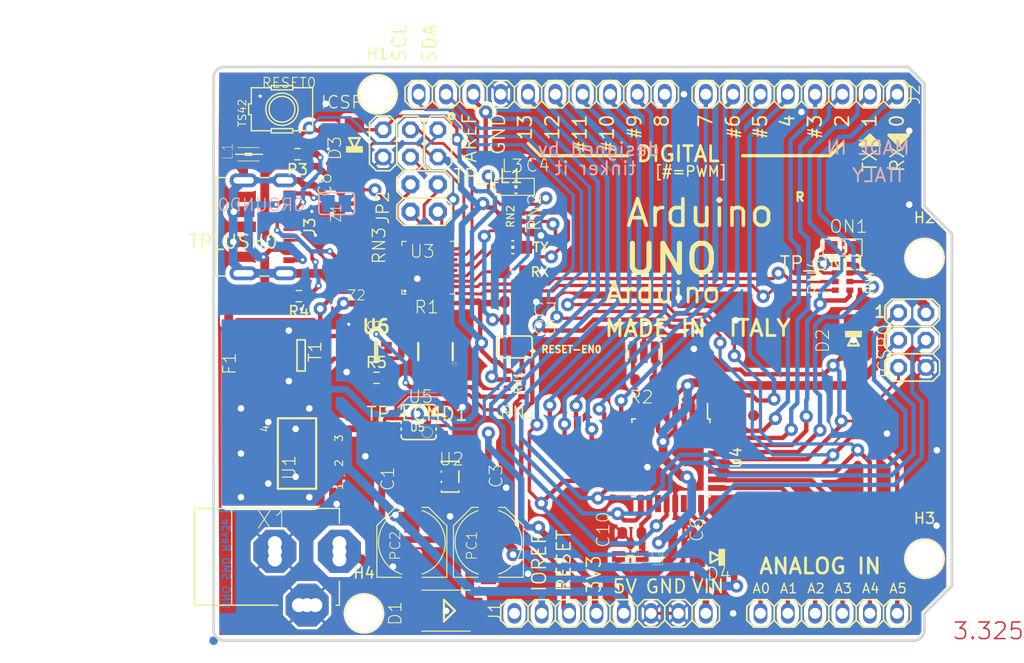
<source format=kicad_pcb>
(kicad_pcb (version 20221018) (generator pcbnew)
  (layers (0 "F.Cu" signal) (31 "B.Cu" signal) (34 "B.Paste" user) (35 "F.Paste" user) (36 "B.SilkS" user "B.Silkscreen") (37 "F.SilkS" user "F.Silkscreen") (38 "B.Mask" user) (39 "F.Mask" user) (44 "Edge.Cuts" user))
  (net 0 "")
  (net 1 "+5V")
  (net 2 "GND")
  (net 3 "/AREF")
  (net 4 "/DTR")
  (net 5 "VIN")
  (net 6 "/RESET")
  (net 7 "/TP_VUCAP")
  (net 8 "/UGND")
  (net 9 "/XT1")
  (net 10 "Net-(U4-AVCC)")
  (net 11 "/XT2")
  (net 12 "/PWRIN")
  (net 13 "/RESET2")
  (net 14 "/USBVCC")
  (net 15 "+3V3")
  (net 16 "/XUSB")
  (net 17 "/MISO")
  (net 18 "/SCK")
  (net 19 "/MOSI")
  (net 20 "/MISO2")
  (net 21 "/SCK2")
  (net 22 "/MOSI2")
  (net 24 "/A0")
  (net 25 "/A1")
  (net 26 "/A2")
  (net 27 "/A3")
  (net 28 "/A4{slash}SDA")
  (net 29 "/A5{slash}SCL")
  (net 30 "/IO0")
  (net 31 "/IO1")
  (net 32 "/IO2")
  (net 33 "/IO3")
  (net 34 "/IO4")
  (net 35 "/IO5")
  (net 36 "/IO6")
  (net 37 "/IO7")
  (net 38 "/IO8")
  (net 39 "/IO9")
  (net 40 "/SS")
  (net 41 "/D+")
  (net 42 "/D-")
  (net 43 "Net-(J3-CC1)")
  (net 46 "Net-(J3-CC2)")
  (net 47 "/USHIELD")
  (net 48 "/PB4")
  (net 49 "/PB6")
  (net 50 "/PB5")
  (net 51 "/PB7")
  (net 52 "Net-(D4-PadA)")
  (net 53 "Net-(RN4C-2)")
  (net 55 "5-GND")
  (net 56 "/XTAL1")
  (net 57 "/XTAL2")
  (net 58 "Net-(TP_LL1-TESTP)")
  (net 59 "Net-(RN2C-2)")
  (net 60 "Net-(RN2B-2)")
  (net 61 "/L13")
  (net 62 "/RD-")
  (net 65 "/RD+")
  (net 68 "/M8RXD")
  (net 69 "/M8TXD")
  (net 70 "/RXLED")
  (net 71 "Net-(T1-G)")
  (net 72 "/TXLED")
  (net 85 "Net-(RN1A-2)")
  (net 90 "unconnected-(U5A-OUT-Pad1)")
  (footprint "UNOSMD_V3:POWERSUPPLY_DC-21MM" (layer "F.Cu") (at 119.5451 123.2916 90)
    (fp_text reference "X1")
    (fp_text value "POWERSUPPLY_DC21MMX")
  )
  (footprint "UNOSMD_V3:SJ" (layer "F.Cu") (at 142.1511 104.3686)
    (fp_text reference "RESET-EN0")
    (fp_text value "SJ")
  )
  (footprint "UNOSMD_V3:C0603-ROUND" (layer "F.Cu") (at 139.7381 116.3066 90)
    (fp_text reference "C3")
    (fp_text value "1u")
  )
  (footprint "UNOSMD_V3:CHIP-LED0805" (layer "F.Cu") (at 142.1384 89.4842 -90)
    (fp_text reference "L3")
    (fp_text value "YELLOW")
  )
  (footprint "UNOSMD_V3:2X03" (layer "F.Cu") (at 179.1081 103.7336 -90)
    (fp_text reference "ICSP0")
    (fp_text value "3x2 M")
  )
  (footprint "UNOSMD_V3:TP-SP" (layer "F.Cu") (at 132.4991 84.1756)
    (fp_text reference "TP_SCK2" hide)
    (fp_text value "TP_SP" hide)
  )
  (footprint "UNOSMD_V3:C0603-ROUND" (layer "F.Cu") (at 153.0604 121.666 180)
    (fp_text reference "C10")
    (fp_text value "100nF")
  )
  (footprint "BCM857BS_SOT-363:SOT65P210X110-6N" (layer "F.Cu") (at 129.3114 104.775)
    (fp_text reference "U6")
    (fp_text value "BCM857BS" hide)
  )
  (footprint "UNOSMD_V3:CHIP-LED0805" (layer "F.Cu") (at 142.1511 95.0976 90)
    (fp_text reference "TX0" hide)
    (fp_text value "YELLOW")
  )
  (footprint "Connector_USB:USB_C_Receptacle_JAE_DX07S016JA1R1500" (layer "F.Cu") (at 118.145 93.2 -90)
    (fp_text reference "J3")
    (fp_text value "USB_C_Receptacle_USB2.0JAE_DX07S016JA1R1500")
  )
  (footprint "MountingHole:MountingHole_3.2mm_M3_ISO14580" (layer "F.Cu") (at 129.44 80.88)
    (fp_text reference "H1")
    (fp_text value "MountingHole")
  )
  (footprint "UNOSMD_V3:SOT-23" (layer "F.Cu") (at 122.3391 105.1306 -90)
    (fp_text reference "T1")
    (fp_text value "FDN340P")
  )
  (footprint "UNOSMD_V3:TP-SP" (layer "F.Cu") (at 129.9591 84.1756)
    (fp_text reference "TP_RESET2" hide)
    (fp_text value "TP_SP" hide)
  )
  (footprint "UNOSMD_V3:MSOP08" (layer "F.Cu") (at 133.2611 111.3536 90)
    (fp_text reference "U5")
    (fp_text value "LMV358?MM")
  )
  (footprint "UNOSMD_V3:CAY16" (layer "F.Cu") (at 127.0381 94.8436 90)
    (fp_text reference "RN3")
    (fp_text value "22R")
  )
  (footprint "UNOSMD_V3:PANASONIC_D" (layer "F.Cu") (at 132.6261 122.5296 90)
    (fp_text reference "PC2")
    (fp_text value "47u")
  )
  (footprint "UNOSMD_V3:TP-SP" (layer "F.Cu") (at 139.7254 88.4936)
    (fp_text reference "TP_LL1")
    (fp_text value "TP_SP")
  )
  (footprint "UNOSMD_V3:C0603-ROUND" (layer "F.Cu") (at 142.1511 100.1776)
    (fp_text reference "C7")
    (fp_text value "100n")
  )
  (footprint "MountingHole:MountingHole_3.2mm_M3_ISO14580" (layer "F.Cu") (at 180.25 96.1)
    (fp_text reference "H2")
    (fp_text value "MountingHole")
  )
  (footprint "UNOSMD_V3:R0603-ROUND" (layer "F.Cu") (at 154.2542 107.4674 180)
    (fp_text reference "R2")
    (fp_text value "1M")
  )
  (footprint "UNOSMD_V3:CT_CN0603" (layer "F.Cu") (at 126.9111 92.3036 180)
    (fp_text reference "Z1")
    (fp_text value "VARISTORCN0603")
  )
  (footprint "UNOSMD_V3:2X03" (layer "F.Cu") (at 132.4991 85.4456 180)
    (fp_text reference "ICSP1")
    (fp_text value "3x2 M")
  )
  (footprint "UNOSMD_V3:MINIMELF" (layer "F.Cu") (at 173.6471 103.7336 -90)
    (fp_text reference "D2")
    (fp_text value "CD1206-S01575")
  )
  (footprint "UNOSMD_V3:CHIP-LED0805" (layer "F.Cu") (at 142.1511 97.3836 90)
    (fp_text reference "RX0" hide)
    (fp_text value "YELLOW")
  )
  (footprint "UNOSMD_V3:RESONATOR" (layer "F.Cu") (at 134.8232 104.8004 180)
    (fp_text reference "Y1")
    (fp_text value "RESONATORMU")
  )
  (footprint "UNOSMD_V3:FD-1-1.5" (layer "F.Cu") (at 120.5611 81.7626)
    (fp_text reference "FD1" hide)
    (fp_text value "FIDUCIAL-1.5MM" hide)
  )
  (footprint "UNOSMD_V3:MINIMELF" (layer "F.Cu") (at 127.2921 85.4456 90)
    (fp_text reference "D3")
    (fp_text value "CD1206-S01575")
  )
  (footprint "UNOSMD_V3:TP-SP" (layer "F.Cu") (at 145.5801 95.9866)
    (fp_text reference "TP_RXL0" hide)
    (fp_text value "TP_SP" hide)
  )
  (footprint "UNOSMD_V3:FD-1-1.5" (layer "F.Cu") (at 117.9411 128.2636)
    (fp_text reference "FD3" hide)
    (fp_text value "FIDUCIAL-1.5MM" hide)
  )
  (footprint "UNOSMD_V3:1X14-CUSTOM" (layer "F.Cu") (at 159.9311 129.1336)
    (fp_text reference "J1")
    (fp_text value "-")
  )
  (footprint "UNOSMD_V3:CAY16" (layer "F.Cu") (at 142.1511 107.7976 90)
    (fp_text reference "RN1")
    (fp_text value "10K")
  )
  (footprint "UNOSMD_V3:R0603-ROUND" (layer "F.Cu") (at 133.6802 102.235)
    (fp_text reference "R1")
    (fp_text value "1M")
  )
  (footprint "UNOSMD_V3:TP-SP" (layer "F.Cu") (at 124.1171 100.8126)
    (fp_text reference "TP_USBVCC0" hide)
    (fp_text value "TP_SP" hide)
  )
  (footprint "UNOSMD_V3:TP-SP" (layer "F.Cu") (at 145.5801 92.9386)
    (fp_text reference "TP_TXL0" hide)
    (fp_text value "TP_SP" hide)
  )
  (footprint "UNOSMD_V3:CAY16" (layer "F.Cu") (at 172.6311 97.8916 90)
    (fp_text reference "RN4")
    (fp_text value "1K")
  )
  (footprint "UNOSMD_V3:TS42" (layer "F.Cu") (at 120.5611 82.2706)
    (fp_text reference "RESET0")
    (fp_text value "TS42")
  )
  (footprint "UNOSMD_V3:0805" (layer "F.Cu") (at 152.9207 123.8504)
    (fp_text reference "L2")
    (fp_text value "10uH")
  )
  (footprint "UNOSMD_V3:SOT223" (layer "F.Cu") (at 121.9581 114.2746 90)
    (fp_text reference "U1")
    (fp_text value "MC33269ST")
  )
  (footprint "UNOSMD_V3:SMB" (layer "F.Cu") (at 135.8011 128.8796 180)
    (fp_text reference "D1")
    (fp_text value "M7")
  )
  (footprint "UNOSMD_V3:TP-SP" (layer "F.Cu") (at 180.3781 101.1936)
    (fp_text reference "TP_5V1" hide)
    (fp_text value "TP_SP" hide)
  )
  (footprint "UNOSMD_V3:1X18-CUSTOM" (layer "F.Cu") (at 159.9311 80.8736 180)
    (fp_text reference "J2")
    (fp_text value "PINHD-1X18")
  )
  (footprint "UNOSMD_V3:TP-SP" (layer "F.Cu") (at 170.8404 96.5962)
    (fp_text reference "TP_ONL1")
    (fp_text value "TP_SP")
  )
  (footprint "UNOSMD_V3:C0603-ROUND" (layer "F.Cu") (at 142.1511 101.8286)
    (fp_text reference "C5")
    (fp_text value "100n")
  )
  (footprint "UNOSMD_V3:TP-SP" (layer "F.Cu") (at 135.0391 84.1756)
    (fp_text reference "TP_MISO2" hide)
    (fp_text value "TP_SP" hide)
  )
  (footprint "Resistor_SMD:R_0603_1608Metric_Pad0.98x0.95mm_HandSolder" (layer "F.Cu") (at 122 86.45 180)
    (fp_text reference "R3")
    (fp_text value "5.1k")
  )
  (footprint "MountingHole:MountingHole_3.2mm_M3_ISO14580" (layer "F.Cu") (at 128.18 129.14)
    (fp_text reference "H4")
    (fp_text value "MountingHole")
  )
  (footprint "UNOSMD_V3:TP-SP" (layer "F.Cu") (at 116.0272 94.5896)
    (fp_text reference "TP_USH0")
    (fp_text value "TP_SP")
  )
  (footprint "Resistor_SMD:R_0603_1608Metric_Pad0.98x0.95mm_HandSolder" (layer "F.Cu") (at 122.1232 99.6442 180)
    (fp_text reference "R4")
    (fp_text value "5.1k")
  )
  (footprint "UNOSMD_V3:TP-SP" (layer "F.Cu") (at 132.4991 86.7156)
    (fp_text reference "TP_MOSI2" hide)
    (fp_text value "TP_SP" hide)
  )
  (footprint "UNOSMD_V3:TP-SP" (layer "F.Cu") (at 114.2111 131.6736)
    (fp_text reference "ORIGIN0" hide)
    (fp_text value "TP_SP" hide)
  )
  (footprint "Resistor_SMD:R_0603_1608Metric_Pad0.98x0.95mm_HandSolder" (layer "F.Cu") (at 129.3387 107.2388)
    (fp_text reference "R5")
    (fp_text value "47k")
  )
  (footprint "UNOSMD_V3:RESONATOR" (layer "F.Cu") (at 154.178 104.8512)
    (fp_text reference "Y2")
    (fp_text value "RESONATORMU")
  )
  (footprint "Package_QFP:TQFP-32_7x7mm_P0.8mm" (layer "F.Cu") (at 156.6926 114.681 -90)
    (fp_text reference "U4")
    (fp_text value "ATMEGAXX8-MUR")
  )
  (footprint "UNOSMD_V3:MINIMELF" (layer "F.Cu") (at 160.8582 123.9266 180)
    (fp_text reference "D4")
    (fp_text value "CD1206-S01575")
  )
  (footprint "UNOSMD_V3:C0603-ROUND" (layer "F.Cu") (at 129.286 101.7524)
    (fp_text reference "C2")
    (fp_text value "100n")
  )
  (footprint "UNOSMD_V3:TP-SP" (layer "F.Cu") (at 165.2651 99.6696)
    (fp_text reference "TP_TX0" hide)
    (fp_text value "TP_SP" hide)
  )
  (footprint "UNOSMD_V3:C0603-ROUND" (layer "F.Cu") (at 132.6261 116.3066 -90)
    (fp_text reference "C1")
    (fp_text value "100n")
  )
  (footprint "UNOSMD_V3:C0603-ROUND" (layer "F.Cu") (at 157.7848 121.666 180)
    (fp_text reference "C6")
    (fp_text value "100n")
  )
  (footprint "UNOSMD_V3:CHIP-LED0805" (layer "F.Cu") (at 172.6184 95.123 -90)
    (fp_text reference "ON1")
    (fp_text value "GREEN")
  )
  (footprint "UNOSMD_V3:TP-SP" (layer "F.Cu") (at 129.1971 89.7636)
    (fp_text reference "TP_VUCAP0" hide)
    (fp_text value "TP_SP" hide)
  )
  (footprint "UNOSMD_V3:2X02" (layer "F.Cu") (at 133.7691 90.5256 90)
    (fp_text reference "JP2")
    (fp_text value "2x2 M-NM")
  )
  (footprint "UNOSMD_V3:C0603-ROUND" (layer "F.Cu") (at 126.9111 89.7636 180)
    (fp_text reference "C8")
    (fp_text value "1u")
  )
  (footprint "UNOSMD_V3:FD-1-1.5" (layer "F.Cu") (at 164.3681 110.7416)
    (fp_text reference "FD2" hide)
    (fp_text value "FIDUCIAL-1.5MM" hide)
  )
  (footprint "UNOSMD_V3:0805" (layer "F.Cu") (at 117.45 86.46 180)
    (fp_text reference "L1")
    (fp_text value "BLM21")
  )
  (footprint "UNOSMD_V3:CT_CN0603" (layer "F.Cu") (at 126.9111 98.0186 180)
    (fp_text reference "Z2")
    (fp_text value "VARISTORCN0603")
  )
  (footprint "MountingHole:MountingHole_3.2mm_M3_ISO14580" (layer "F.Cu") (at 180.25 124.05)
    (fp_text reference "H3")
    (fp_text value "MountingHole")
  )
  (footprint "UNOSMD_V3:L1812" (layer "F.Cu") (at 118.2751 105.1306 90)
    (fp_text reference "F1")
    (fp_text value "MF-MSMF050-2 500mA")
  )
  (footprint "UNOSMD_V3:PANASONIC_D" (layer "F.Cu") (at 139.7381 122.5296 90)
    (fp_text reference "PC1")
    (fp_text value "47u")
  )
  (footprint "UNOSMD_V3:C0603-ROUND" (layer "F.Cu") (at 142.1511 87.2236 180)
    (fp_text reference "C4")
    (fp_text value "100n")
  )
  (footprint "UNOSMD_V3:ATMEL_QFN32" (layer "F.Cu") (at 134.1501 97.0026 90)
    (fp_text reference "U3")
    (fp_text value "ATMEGA16U2")
  )
  (footprint "UNOSMD_V3:TP-SP" (layer "F.Cu") (at 166.6621 97.5106)
    (fp_text reference "TP_RX0" hide)
    (fp_text value "TP_SP" hide)
  )
  (footprint "UNOSMD_V3:TP-SP" (layer "F.Cu") (at 133.1214 110.5916)
    (fp_text reference "TP_LCMD1")
    (fp_text value "TP_SP")
  )
  (footprint "UNOSMD_V3:CAY16" (layer "F.Cu") (at 142.1511 92.3036 -90)
    (fp_text reference "RN2")
    (fp_text value "1K")
  )
  (footprint "UNOSMD_V3:TP-SP" (layer "F.Cu") (at 140.1191 101.8286)
    (fp_text reference "TP_DTR0" hide)
    (fp_text value "TP_SP" hide)
  )
  (footprint "UNOSMD_V3:SOT23-DBV" (layer "F.Cu") (at 136.1821 116.4336 -90)
    (fp_text reference "U2")
    (fp_text value "LP2985-XXDBVR")
  )
  (footprint "UNOSMD_V3:SJ" (layer "B.Cu") (at 125.6411 91.0336 180)
    (fp_text reference "GROUND0")
    (fp_text value "SJ")
  )
  (gr_line (start 144.5641 86.5886) (end 143.4211 85.4456) (stroke (width 0.3048)) (layer "F.SilkS"))
  (gr_rect (start 140.335 88.6968) (end 143.9926 90.2716) (stroke (width 0.1)) (fill none) (layer "F.SilkS"))
  (gr_line (start 172.6311 85.4456) (end 171.4881 86.5886) (stroke (width 0.3048)) (layer "F.SilkS"))
  (gr_line (start 177.4571 84.9376) (end 177.9651 84.9376) (stroke (width 0.3048)) (layer "F.SilkS"))
  (gr_line (start 178.7271 84.6836) (end 176.9491 84.6836) (stroke (width 0.3048)) (layer "F.SilkS"))
  (gr_line (start 177.8381 85.3186) (end 177.4571 84.9376) (stroke (width 0.3048)) (layer "F.SilkS"))
  (gr_line (start 177.8381 85.0646) (end 177.8381 85.1916) (stroke (width 0.3048)) (layer "F.SilkS"))
  (gr_circle (center 180.25 124.051813) (end 182.026813 123.851813) (stroke (width 0.1)) (fill none) (layer "F.SilkS"))
  (gr_line (start 176.9491 84.6836) (end 177.8381 85.5726) (stroke (width 0.3048)) (layer "F.SilkS"))
  (gr_circle (center 128.181967 129.14) (end 128.106967 127.59) (stroke (width 0.1)) (fill none) (layer "F.SilkS"))
  (gr_line (start 175.1711 84.6836) (end 174.2821 85.5726) (stroke (width 0.3048)) (layer "F.SilkS"))
  (gr_line (start 176.0601 85.5726) (end 175.1711 84.6836) (stroke (width 0.3048)) (layer "F.SilkS"))
  (gr_circle (center 128.181967 129.14) (end 129.95878 128.94) (stroke (width 0.1)) (fill none) (layer "F.SilkS"))
  (gr_circle (center 180.25 124.051813) (end 180.175 122.501813) (stroke (width 0.1)) (fill none) (layer "F.SilkS"))
  (gr_line (start 171.4881 86.5886) (end 163.3601 86.5886) (stroke (width 0.3048)) (layer "F.SilkS"))
  (gr_circle (center 180.25 96.108033) (end 182.026813 95.908033) (stroke (width 0.1)) (fill none) (layer "F.SilkS"))
  (gr_circle (center 180.25 96.108033) (end 180.175 94.558033) (stroke (width 0.1)) (fill none) (layer "F.SilkS"))
  (gr_line (start 178.3461 84.8106) (end 177.8381 85.3186) (stroke (width 0.3048)) (layer "F.SilkS"))
  (gr_circle (center 129.448187 80.875) (end 131.225 80.675) (stroke (width 0.1)) (fill none) (layer "F.SilkS"))
  (gr_line (start 177.3301 84.8106) (end 178.3461 84.8106) (stroke (width 0.3048)) (layer "F.SilkS"))
  (gr_line (start 174.9171 85.4456) (end 175.2981 85.1916) (stroke (width 0.3048)) (layer "F.SilkS"))
  (gr_line (start 152.6921 86.5886) (end 144.5641 86.5886) (stroke (width 0.3048)) (layer "F.SilkS"))
  (gr_line (start 175.6791 85.4456) (end 174.9171 85.4456) (stroke (width 0.3048)) (layer "F.SilkS"))
  (gr_line (start 175.1711 84.9376) (end 175.6791 85.4456) (stroke (width 0.3048)) (layer "F.SilkS"))
  (gr_circle (center 136.3091 82.9056) (end 136.5631 82.9056) (stroke (width 0.254)) (fill none) (layer "F.SilkS"))
  (gr_rect (start 170.815 94.3356) (end 174.4472 95.9104) (stroke (width 0.1)) (fill none) (layer "F.SilkS"))
  (gr_line (start 174.2821 85.5726) (end 176.0601 85.5726) (stroke (width 0.3048)) (layer "F.SilkS"))
  (gr_line (start 174.6631 85.4456) (end 175.1711 84.9376) (stroke (width 0.3048)) (layer "F.SilkS"))
  (gr_circle (center 129.448187 80.875) (end 129.373187 79.325) (stroke (width 0.1)) (fill none) (layer "F.SilkS"))
  (gr_line (start 177.8381 85.5726) (end 178.7271 84.6836) (stroke (width 0.3048)) (layer "F.SilkS"))
  (gr_arc (start 180.2511 130.6736) (mid 179.958207 131.380707) (end 179.2511 131.6736) (stroke (width 0.254)) (layer "Edge.Cuts"))
  (gr_line (start 179.2511 131.6736) (end 115.2111 131.6736) (stroke (width 0.254)) (layer "Edge.Cuts"))
  (gr_arc (start 115.2111 131.6736) (mid 114.503993 131.380707) (end 114.2111 130.6736) (stroke (width 0.254)) (layer "Edge.Cuts"))
  (gr_line (start 180.2511 79.8576) (end 180.2511 91.2876) (stroke (width 0.254)) (layer "Edge.Cuts"))
  (gr_line (start 180.2511 129.1336) (end 180.2511 130.6736) (stroke (width 0.254)) (layer "Edge.Cuts"))
  (gr_line (start 178.7271 78.3336) (end 180.2511 79.8576) (stroke (width 0.254)) (layer "Edge.Cuts"))
  (gr_line (start 115.2111 78.3336) (end 178.7271 78.3336) (stroke (width 0.254)) (layer "Edge.Cuts"))
  (gr_line (start 180.2511 91.2876) (end 182.7911 93.8276) (stroke (width 0.254)) (layer "Edge.Cuts"))
  (gr_line (start 182.7911 93.8276) (end 182.7911 126.5936) (stroke (width 0.254)) (layer "Edge.Cuts"))
  (gr_arc (start 114.2111 79.3336) (mid 114.503993 78.626493) (end 115.2111 78.3336) (stroke (width 0.254)) (layer "Edge.Cuts"))
  (gr_line (start 114.2111 79.3496) (end 114.2111 130.6576) (stroke (width 0.254)) (layer "Edge.Cuts"))
  (gr_line (start 182.7911 126.5936) (end 180.2511 129.1336) (stroke (width 0.254)) (layer "Edge.Cuts"))
  (gr_text "3.325" (at 182.7911 131.6736) (layer "F.Cu") (effects (font (size 1.542288 1.542288) (thickness 0.134112)) (justify left bottom)))
  (gr_text "UNO SMD Rev3e" (at 115.7605 120.2436 -90) (layer "B.Cu") (effects (font (size 0.69088 0.69088) (thickness 0.12192)) (justify right top mirror)))
  (gr_text "tinker it" (at 153.5811 88.4936) (layer "B.SilkS") (effects (font (size 1.251712 1.251712) (thickness 0.170688)) (justify left bottom mirror)))
  (gr_text "ITALY" (at 178.3461 89.1286) (layer "B.SilkS") (effects (font (size 1.251712 1.251712) (thickness 0.170688)) (justify left bottom mirror)))
  (gr_text "MADE IN" (at 178.9811 86.5886) (layer "B.SilkS") (effects (font (size 1.251712 1.251712) (thickness 0.170688)) (justify left bottom mirror)))
  (gr_text "designed by" (at 155.7401 86.7156) (layer "B.SilkS") (effects (font (size 1.251712 1.251712) (thickness 0.170688)) (justify left bottom mirror)))
  (gr_text "#" (at 151.4221 86.3346 90) (layer "F.SilkS") (effects (font (size 0.972312 0.972312) (thickness 0.145288)) (justify left bottom)))
  (gr_text "A2" (at 169.2797 127.3434) (layer "F.SilkS") (effects (font (size 0.89408 0.89408) (thickness 0.12192)) (justify left bottom)))
  (gr_text "A0" (at 164.1997 127.3434) (layer "F.SilkS") (effects (font (size 0.89408 0.89408) (thickness 0.12192)) (justify left bottom)))
  (gr_text "7" (at 159.1691 82.6516 90) (layer "F.SilkS") (effects (font (size 1.251712 1.251712) (thickness 0.170688)) (justify right top)))
  (gr_text "TX" (at 175.9287 88.2274 90) (layer "F.SilkS") (effects (font (size 1.28016 1.28016) (thickness 0.14224)) (justify left bottom)))
  (gr_text "1" (at 175.4575 101.7292) (layer "F.SilkS") (effects (font (size 1.0795 1.0795) (thickness 0.1905)) (justify left bottom)))
  (gr_text "11" (at 147.4851 82.6516 90) (layer "F.SilkS") (effects (font (size 1.251712 1.251712) (thickness 0.170688)) (justify right top)))
  (gr_text "DIGITAL" (at 153.3635 87.2594) (layer "F.SilkS") (effects (font (size 1.42494 1.42494) (thickness 0.25146)) (justify left bottom)))
  (gr_text "UNO" (at 152.1587 97.79) (layer "F.SilkS") (effects (font (size 2.69875 2.69875) (thickness 0.47625)) (justify left bottom)))
  (gr_text "1" (at 174.4091 82.6516 90) (layer "F.SilkS") (effects (font (size 1.251712 1.251712) (thickness 0.170688)) (justify right top)))
  (gr_text "SCL" (at 132.2153 77.9658 90) (layer "F.SilkS") (effects (font (size 1.28016 1.28016) (thickness 0.14224)) (justify left bottom)))
  (gr_text "GND" (at 139.8841 82.5368 90) (layer "F.SilkS") (effects (font (size 1.28016 1.28016) (thickness 0.14224)) (justify right top)))
  (gr_text "RX" (at 145.4531 96.901) (layer "F.SilkS") (effects (font (size 0.8636 0.8636) (thickness 0.1524)) (justify right top)))
  (gr_text "#" (at 148.8821 86.3346 90) (layer "F.SilkS") (effects (font (size 0.972312 0.972312) (thickness 0.145288)) (justify left bottom)))
  (gr_text "3V3" (at 150.2791 127.3556 90) (layer "F.SilkS") (effects (font (size 1.28016 1.28016) (thickness 0.14224)) (justify left bottom)))
  (gr_text "A1" (at 166.7397 127.3434) (layer "F.SilkS") (effects (font (size 0.89408 0.89408) (thickness 0.12192)) (justify left bottom)))
  (gr_text "AREF" (at 137.2279 82.5114 90) (layer "F.SilkS") (effects (font (size 1.28016 1.28016) (thickness 0.14224)) (justify right top)))
  (gr_text "10" (at 150.0251 82.6516 90) (layer "F.SilkS") (effects (font (size 1.251712 1.251712) (thickness 0.170688)) (justify right top)))
  (gr_text "RN1" (at 140.7111 111.1736) (layer "F.SilkS") (effects (font (size 1.1684 1.1684) (thickness 0.1016)) (justify left bottom)))
  (gr_text "5V" (at 151.1681 127.3556) (layer "F.SilkS") (effects (font (size 1.251712 1.251712) (thickness 0.170688)) (justify left bottom)))
  (gr_text "4" (at 166.7891 82.6516 90) (layer "F.SilkS") (effects (font (size 1.251712 1.251712) (thickness 0.170688)) (justify right top)))
  (gr_text "A3" (at 171.8197 127.3434) (layer "F.SilkS") (effects (font (size 0.89408 0.89408) (thickness 0.12192)) (justify left bottom)))
  (gr_text "#" (at 165.5191 85.0646 90) (layer "F.SilkS") (effects (font (size 0.972312 0.972312) (thickness 0.145288)) (justify left bottom)))
  (gr_text "ANALOG IN" (at 164.7571 125.5776) (layer "F.SilkS") (effects (font (size 1.42494 1.42494) (thickness 0.25146)) (justify left bottom)))
  (gr_text "3" (at 169.3291 82.6516 90) (layer "F.SilkS") (effects (font (size 1.251712 1.251712) (thickness 0.170688)) (justify right top)))
  (gr_text "ITALY" (at 161.9377 103.505) (layer "F.SilkS") (effects (font (size 1.5113 1.5113) (thickness 0.2667)) (justify left bottom)))
  (gr_text "Arduino" (at 150.4315 100.4316) (layer "F.SilkS") (effects (font (size 1.922272 1.922272) (thickness 0.262128)) (justify left bottom)))
  (gr_text "MADE IN" (at 150.4061 103.5304) (layer "F.SilkS") (effects (font (size 1.5113 1.5113) (thickness 0.2667)) (justify left bottom)))
  (gr_text "TX" (at 145.4531 94.5896) (layer "F.SilkS") (effects (font (size 0.8636 0.8636) (thickness 0.1524)) (justify right top)))
  (gr_text "6" (at 161.7091 82.6516 90) (layer "F.SilkS") (effects (font (size 1.251712 1.251712) (thickness 0.170688)) (justify right top)))
  (gr_text "SDA" (at 135.0093 78.0928 90) (layer "F.SilkS") (effects (font (size 1.28016 1.28016) (thickness 0.14224)) (justify left bottom)))
  (gr_text "12" (at 144.9451 82.6516 90) (layer "F.SilkS") (effects (font (size 1.251712 1.251712) (thickness 0.170688)) (justify right top)))
  (gr_text "2" (at 171.8691 82.6516 90) (layer "F.SilkS") (effects (font (size 1.251712 1.251712) (thickness 0.170688)) (justify right top)))
  (gr_text "RN4" (at 170.7111 99.6736 90) (layer "F.SilkS") (effects (font (size 1.1684 1.1684) (thickness 0.1016)) (justify left bottom)))
  (gr_text "RESET" (at 147.4851 127.2286 90) (layer "F.SilkS") (effects (font (size 1.28016 1.28016) (thickness 0.14224)) (justify left bottom)))
  (gr_text "A4" (at 174.3597 127.3434) (layer "F.SilkS") (effects (font (size 0.89408 0.89408) (thickness 0.12192)) (justify left bottom)))
  (gr_text "VIN" (at 158.5341 127.3556) (layer "F.SilkS") (effects (font (size 1.251712 1.251712) (thickness 0.170688)) (justify left bottom)))
  (gr_text "5" (at 164.2491 82.6516 90) (layer "F.SilkS") (effects (font (size 1.251712 1.251712) (thickness 0.170688)) (justify right top)))
  (gr_text "R" (at 168.1353 90.9066) (layer "F.SilkS") (effects (font (size 0.8128 0.8128) (thickness 0.2032)) (justify left bottom)))
  (gr_text "13" (at 142.4051 82.6516 90) (layer "F.SilkS") (effects (font (size 1.251712 1.251712) (thickness 0.170688)) (justify right top)))
  (gr_text "IOREF" (at 145.1991 127.2286 90) (layer "F.SilkS") (effects (font (size 1.28016 1.28016) (thickness 0.14224)) (justify left bottom)))
  (gr_text "[#=PWM]" (at 155.1051 88.6206) (layer "F.SilkS") (effects (font (size 0.972312 0.972312) (thickness 0.145288)) (justify left bottom)))
  (gr_text "A5" (at 176.8997 127.3434) (layer "F.SilkS") (effects (font (size 0.89408 0.89408) (thickness 0.12192)) (justify left bottom)))
  (gr_text "#" (at 170.5991 85.0646 90) (layer "F.SilkS") (effects (font (size 0.972312 0.972312) (thickness 0.145288)) (justify left bottom)))
  (gr_text "RN2" (at 144.7111 93.6736 90) (layer "F.SilkS") (effects (font (size 1.1684 1.1684) (thickness 0.1016)) (justify left bottom)))
  (gr_text "RX" (at 178.4731 88.2396 90) (layer "F.SilkS") (effects (font (size 1.28016 1.28016) (thickness 0.14224)) (justify left bottom)))
  (gr_text "U5" (at 132.2111 109.6736) (layer "F.SilkS") (effects (font (size 1.1684 1.1684) (thickness 0.1016)) (justify left bottom)))
  (gr_text "Arduino" (at 152.3111 93.3704) (layer "F.SilkS") (effects (font (size 2.45872 2.45872) (thickness 0.33528)) (justify left bottom)))
  (gr_text "#" (at 153.8351 85.0646 90) (layer "F.SilkS") (effects (font (size 0.972312 0.972312) (thickness 0.145288)) (justify left bottom)))
  (gr_text "9" (at 152.5651 82.6516 90) (layer "F.SilkS") (effects (font (size 1.251712 1.251712) (thickness 0.170688)) (justify right top)))
  (gr_text "GND" (at 154.2245 127.3688) (layer "F.SilkS") (effects (font (size 1.251712 1.251712) (thickness 0.170688)) (justify left bottom)))
  (gr_text "#" (at 163.1061 85.0646 90) (layer "F.SilkS") (effects (font (size 0.972312 0.972312) (thickness 0.145288)) (justify left bottom)))
  (gr_text "8" (at 155.1051 82.6516 90) (layer "F.SilkS") (effects (font (size 1.251712 1.251712) (thickness 0.170688)) (justify right top)))
  (gr_text "0" (at 176.9491 82.6516 90) (layer "F.SilkS") (effects (font (size 1.251712 1.251712) (thickness 0.170688)) (justify right top)))
  (segment (start 131.4831 117.1956) (end 130.7846 116.4971) (width 0.3048) (layer "F.Cu") (net 1))
  (segment (start 132.8141 117.3836) (end 132.6261 117.1956) (width 0.6096) (layer "F.Cu") (net 1))
  (segment (start 157.0926 112.0458) (end 155.9814 113.157) (width 0.4) (layer "F.Cu") (net 1))
  (segment (start 131.1891 112.3696) (end 131.1491 112.3296) (width 0.3048) (layer "F.Cu") (net 1))
  (segment (start 155.5496 122.5804) (end 155.5496 122.5677) (width 0.8128) (layer "F.Cu") (net 1))
  (segment (start 176.3141 100.3046) (end 176.9999 99.6188) (width 0.8128) (layer "F.Cu") (net 1))
  (segment (start 140.1381 91.3956) (end 140.6461 91.9036) (width 0.4064) (layer "F.Cu") (net 1))
  (segment (start 155.4926 110.431) (end 155.4926 112.1602) (width 0.4) (layer "F.Cu") (net 1))
  (segment (start 140.1681 105.7656) (end 140.6441 105.7656) (width 0.4064) (layer "F.Cu") (net 1))
  (segment (start 131.6482 103.2256) (end 131.6482 105.2068) (width 0.6096) (layer "F.Cu") (net 1))
  (segment (start 139.1031 103.9876) (end 139.1031 104.7006) (width 0.4064) (layer "F.Cu") (net 1))
  (segment (start 126.2761 100.3046) (end 128.8161 100.3046) (width 0.6096) (layer "F.Cu") (net 1))
  (segment (start 123.3551 104.1908) (end 121.7803 103.6828) (width 0.8128) (layer "F.Cu") (net 1))
  (segment (start 157.0926 110.431) (end 157.0926 108.947) (width 0.4) (layer "F.Cu") (net 1))
  (segment (start 140.6841 92.7036) (end 141.4761 92.7036) (width 0.3048) (layer "F.Cu") (net 1))
  (segment (start 155.9814 113.157) (end 155.956 113.157) (width 0.4) (layer "F.Cu") (net 1))
  (segment (start 176.3141 105.5243) (end 176.3141 102.2096) (width 0.8128) (layer "F.Cu") (net 1))
  (segment (start 133.7691 117.3836) (end 133.7691 115.5446) (width 0.4064) (layer "F.Cu") (net 1))
  (segment (start 132.6261 119.3546) (end 134.5971 117.3836) (width 0.6096) (layer "F.Cu") (net 1))
  (segment (start 155.956 112.6236) (end 155.956 113.157) (width 0.4) (layer "F.Cu") (net 1))
  (segment (start 120.0531 114.2746) (end 120.0785 114.2492) (width 1.016) (layer "F.Cu") (net 1))
  (segment (start 138.9761 100.2909) (end 141.1488 100.2909) (width 0.6096) (layer "F.Cu") (net 1))
  (segment (start 132.9941 119.9896) (end 132.6261 120.1296) (width 0.6096) (layer "F.Cu") (net 1))
  (segment (start 126.2761 100.3046) (end 128.7272 100.3046) (width 0.6096) (layer "F.Cu") (net 1))
  (segment (start 134.5971 117.3836) (end 134.8821 117.3836) (width 0.6096) (layer "F.Cu") (net 1))
  (segment (start 176.3141 102.2096) (end 176.1381 102.0336) (width 0.8128) (layer "F.Cu") (net 1))
  (segment (start 177.0761 99.6188) (end 179.3113 99.6188) (width 0.8128) (layer "F.Cu") (net 1))
  (segment (start 130.7846 116.4971) (end 130.7846 112.7741) (width 0.3048) (layer "F.Cu") (net 1))
  (segment (start 142.4369 107.3976) (end 142.8261 107.3976) (width 0.254) (layer "F.Cu") (net 1))
  (segment (start 161.2138 107.95) (end 173.8884 107.95) (width 0.8128) (layer "F.Cu") (net 1))
  (segment (start 134.8821 117.3836) (end 133.7691 117.3836) (width 0.6096) (layer "F.Cu") (net 1))
  (segment (start 141.1488 100.2909) (end 141.2621 100.1776) (width 0.6096) (layer "F.Cu") (net 1))
  (segment (start 134.8211 115.5446) (end 134.8821 115.4836) (width 0.4064) (layer "F.Cu") (net 1))
  (segment (start 131.1021 119.9896) (end 132.9941 119.9896) (width 0.6096) (layer "F.Cu") (net 1))
  (segment (start 179.3113 99.6188) (end 180.3781 100.5586) (width 0.8128) (layer "F.Cu") (net 1))
  (segment (start 130.7846 112.7741) (end 131.1891 112.3696) (width 0.3048) (layer "F.Cu") (net 1))
  (segment (start 133.2611 85.4456) (end 128.9921 85.4456) (width 0.254) (layer "F.Cu") (net 1))
  (segment (start 151.8207 123.8504) (end 151.8207 124.5284) (width 0.6096) (layer "F.Cu") (net 1))
  (segment (start 158.1912 116.459) (end 157.7594 116.459) (width 0.8128) (layer "F.Cu") (net 1))
  (segment (start 133.7691 115.5446) (end 134.8211 115.5446) (width 0.4064) (layer "F.Cu") (net 1))
  (segment (start 132.6261 120.1296) (end 132.6261 119.3546) (width 0.6096) (layer "F.Cu") (net 1))
  (segment (start 141.4761 106.5976) (end 141.8655 106.5976) (width 0.254) (layer "F.Cu") (net 1))
  (segment (start 129.9591 99.1616) (end 131.2291 99.1616) (width 0.4064) (layer "F.Cu") (net 1))
  (segment (start 155.2321 125.4506) (end 156.8577 123.825) (width 0.8128) (layer "F.Cu") (net 1))
  (segment (start 158.496 107.696) (end 160.9598 107.696) (width 0.8128) (layer "F.Cu") (net 1))
  (segment (start 130.2614 105.425) (end 131.3284 105.425) (width 0.35) (layer "F.Cu") (net 1))
  (segment (start 118.8591 114.2746) (end 120.0531 114.2746) (width 1.016) (layer "F.Cu") (net 1))
  (segment (start 176.1381 102.0336) (end 173.6471 102.0336) (width 0.8128) (layer "F.Cu") (net 1))
  (segment (start 157.0926 108.947) (end 157.861 108.1786) (width 0.4) (layer "F.Cu") (net 1))
  (segment (start 121.7803 103.6828) (end 121.1961 102.8446) (width 0.8128) (layer "F.Cu") (net 1))
  (segment (start 176.9999 99.6188) (end 177.0761 99.6188) (width 0.8128) (layer "F.Cu") (net 1))
  (segment (start 134.5311 86.7156) (end 133.2611 85.4456) (width 0.254) (layer "F.Cu") (net 1))
  (segment (start 177.0761 99.6188) (end 177.0761 98.7806) (width 0.3048) (layer "F.Cu") (net 1))
  (segment (start 140.6461 91.9036) (end 140.6841 92.7036) (width 0.3048) (layer "F.Cu") (net 1))
  (segment (start 133.7691 117.3836) (end 132.8141 117.3836) (width 0.6096) (layer "F.Cu") (net 1))
  (segment (start 138.8491 100.1639) (end 137.2391 100.1639) (width 0.6096) (layer "F.Cu") (net 1))
  (segment (start 157.7594 116.459) (end 155.956 114.6556) (width 0.8128) (layer "F.Cu") (net 1))
  (segment (start 156.8577 123.825) (end 156.8577 121.2596) (width 0.8128) (layer "F.Cu") (net 1))
  (segment (start 138.9761 100.2909) (end 138.8491 100.1639) (width 0.6096) (layer "F.Cu") (net 1))
  (segment (start 128.8161 100.3046) (end 129.9591 99.1616) (width 0.4064) (layer "F.Cu") (net 1))
  (segment (start 151.8207 124.5284) (end 153.0985 125.8062) (width 0.6096) (layer "F.Cu") (net 1))
  (segment (start 180.3781 101.1936) (end 180.2511 101.1936) (width 0.508) (layer "F.Cu") (net 1))
  (segment (start 139.1031 104.7006) (end 140.1681 105.7656) (width 0.4064) (layer "F.Cu") (net 1))
  (segment (start 137.0984 100.3046) (end 134.1501 100.3046) (width 0.4064) (layer "F.Cu") (net 1))
  (segment (start 174.0281 97.4916) (end 174.0281 96.7486) (width 0.3048) (layer "F.Cu") (net 1))
  (segment (start 180.3781 100.5586) (end 180.3781 101.1936) (width 0.8128) (layer "F.Cu") (net 1))
  (segment (start 135.0391 86.7156) (end 134.5311 86.7156) (width 0.254) (layer "F.Cu") (net 1))
  (segment (start 139.1031 103.9876) (end 138.9761 103.4796) (width 0.4064) (layer "F.Cu") (net 1))
  (segment (start 139.7381 91.4146) (end 140.1381 91.3956) (width 0.4064) (layer "F.Cu") (net 1))
  (segment (start 128.9921 85.4456) (end 127.2921 87.1456) (width 0.254) (layer "F.Cu") (net 1))
  (segment (start 173.8884 107.95) (end 176.3141 105.5243) (width 0.8128) (layer "F.Cu") (net 1))
  (segment (start 173.9711 96.6916) (end 173.3061 96.6916) (width 0.3048) (layer "F.Cu") (net 1))
  (segment (start 125.2347 114.2492) (end 125.0569 114.2746) (width 0.508) (layer "F.Cu") (net 1))
  (segment (start 138.9761 103.4796) (end 138.9761 100.2909) (width 0.4064) (layer "F.Cu") (net 1))
  (segment (start 152.3111 126.5936) (end 153.0985 125.8062) (width 0.8128) (layer "F.Cu") (net 1))
  (segment (start 137.2391 100.1639) (end 137.0984 100.3046) (width 0.4064) (layer "F.Cu") (net 1))
  (segment (start 140.6461 91.9036) (end 141.4761 91.9036) (width 0.3048) (layer "F.Cu") (net 1))
  (segment (start 133.9001 99.9276) (end 133.9001 99.3534) (width 0.2794) (layer "F.Cu") (net 1))
  (segment (start 141.4761 106.5976) (end 141.5331 106.6546) (width 0.254) (layer "F.Cu") (net 1))
  (segment (start 155.4926 112.1602) (end 155.956 112.6236) (width 0.4) (layer "F.Cu") (net 1))
  (segment (start 180.3781 101.1936) (end 180.3781 101.2306) (width 0.8128) (layer "F.Cu") (net 1))
  (segment (start 155.5496 122.5677) (end 156.8577 121.2596) (width 0.8128) (layer "F.Cu") (net 1))
  (segment (start 176.3141 102.2096) (end 176.3141 100.3046) (width 0.8128) (layer "F.Cu") (net 1))
  (segment (start 140.6441 105.7656) (end 141.4761 106.5976) (width 0.4064) (layer "F.Cu") (net 1))
  (segment (start 158.242 107.95) (end 158.496 107.696) (width 0.8128) (layer "F.Cu") (net 1))
  (segment (start 160.9598 107.696) (end 161.2138 107.95) (width 0.8128) (layer "F.Cu") (net 1))
  (segment (start 120.0785 114.2492) (end 125.2347 114.2492) (width 1.016) (layer "F.Cu") (net 1))
  (segment (start 128.7272 100.3046) (end 131.6482 103.2256) (width 0.6096) (layer "F.Cu") (net 1))
  (segment (start 174.0281 96.7486) (end 173.9711 96.6916) (width 0.3048) (layer "F.Cu") (net 1))
  (segment (start 177.0761 98.7806) (end 175.7871 97.4916) (width 0.3048) (layer "F.Cu") (net 1))
  (segment (start 141.8655 106.5976) (end 142.4369 107.3976) (width 0.254) (layer "F.Cu") (net 1))
  (segment (start 131.3284 105.425) (end 131.5466 105.2068) (width 0.35) (layer "F.Cu") (net 1))
  (segment (start 153.0985 125.8062) (end 153.4541 125.4506) (width 0.8128) (layer "F.Cu") (net 1))
  (segment (start 155.956 114.6556) (end 155.956 113.157) (width 0.8128) (layer "F.Cu") (net 1))
  (segment (start 134.1501 100.3046) (end 133.9001 99.9276) (width 0.2794) (layer "F.Cu") (net 1))
  (segment (start 175.7871 97.4916) (end 174.0281 97.4916) (width 0.3048) (layer "F.Cu") (net 1))
  (segment (start 153.4541 125.4506) (end 155.2321 125.4506) (width 0.8128) (layer "F.Cu") (net 1))
  (segment (start 132.6261 117.1956) (end 131.4831 117.1956) (width 0.3048) (layer "F.Cu") (net 1))
  (segment (start 131.6381 98.7526) (end 131.7993 98.7526) (width 0.2794) (layer "F.Cu") (net 1))
  (segment (start 139.2301 91.0336) (end 139.7381 91.4146) (width 0.4064) (layer "F.Cu") (net 1))
  (segment (start 131.2291 99.1616) (end 131.6381 98.7526) (width 0.2794) (layer "F.Cu") (net 1))
  (segment (start 174.0281 97.4916) (end 173.3061 97.4916) (width 0.3048) (layer "F.Cu") (net 1))
  (segment (start 157.0926 110.431) (end 157.0926 112.0458) (width 0.4) (layer "F.Cu") (net 1))
  (segment (start 152.3111 129.1336) (end 152.3111 126.5936) (width 0.8128) (layer "F.Cu") (net 1))
  (via (at 158.1912 116.459) (size 1.2192) (drill 0.6096) (layers "F.Cu" "B.Cu") (net 1))
  (via (at 116.7511 118.3386) (size 1.2192) (drill 0.6096) (layers "F.Cu" "B.Cu") (net 1))
  (via (at 123.1011 110.0836) (size 1.2192) (drill 0.6096) (layers "F.Cu" "B.Cu") (net 1))
  (via (at 116.7511 114.2746) (size 1.2192) (drill 0.6096) (layers "F.Cu" "B.Cu") (net 1))
  (via (at 119.2911 111.3536) (size 1.2192) (drill 0.6096) (layers "F.Cu" "B.Cu") (net 1))
  (via (at 155.5496 122.5804) (size 1.2192) (drill 0.6096) (layers "F.Cu" "B.Cu") (net 1))
  (via (at 139.1031 103.9876) (size 1.2192) (drill 0.6096) (layers "F.Cu" "B.Cu") (net 1))
  (via (at 139.2301 91.0336) (size 1.2192) (drill 0.6096) (layers "F.Cu" "B.Cu") (net 1))
  (via (at 121.1961 102.8446) (size 1.2192) (drill 0.6096) (layers "F.Cu" "B.Cu") (net 1))
  (via (at 116.7511 110.0836) (size 1.2192) (drill 0.6096) (layers "F.Cu" "B.Cu") (net 1))
  (via (at 119.2911 117.0686) (size 1.2192) (drill 0.6096) (layers "F.Cu" "B.Cu") (net 1))
  (via (at 121.8311 111.9886) (size 1.2192) (drill 0.6096) (layers "F.Cu" "B.Cu") (net 1))
  (via (at 126.2761 100.3046) (size 1.2192) (drill 0.6096) (layers "F.Cu" "B.Cu") (net 1))
  (via (at 121.8311 116.4336) (size 1.2192) (drill 0.6096) (layers "F.Cu" "B.Cu") (net 1))
  (via (at 131.1021 119.9896) (size 1.2192) (drill 0.6096) (layers "F.Cu" "B.Cu") (net 1))
  (via (at 158.242 107.95) (size 1.2192) (drill 0.6096) (layers "F.Cu" "B.Cu") (net 1))
  (via (at 155.956 113.157) (size 1.2192) (drill 0.6096) (layers "F.Cu" "B.Cu") (net 1))
  (via (at 123.1011 118.3386) (size 1.2192) (drill 0.6096) (layers "F.Cu" "B.Cu") (net 1))
  (via (at 121.1961 107.5436) (size 1.2192) (drill 0.6096) (layers "F.Cu" "B.Cu") (net 1))
  (segment (start 131.1021 119.9896) (end 126.2761 115.1636) (width 0.8128) (layer "B.Cu") (net 1))
  (segment (start 135.2931 86.9696) (end 135.0391 86.7156) (width 0.6096) (layer "B.Cu") (net 1))
  (segment (start 121.1961 102.8446) (end 123.7361 102.8446) (width 0.6096) (layer "B.Cu") (net 1))
  (segment (start 139.1031 103.8199) (end 137.2819 101.9987) (width 0.6096) (layer "B.Cu") (net 1))
  (segment (start 123.1011 110.0836) (end 123.6091 108.3056) (width 0.6096) (layer "B.Cu") (net 1))
  (segment (start 136.6647 111.2012) (end 137.8585 111.2012) (width 0.6096) (layer "B.Cu") (net 1))
  (segment (start 152.3365 128.0414) (end 152.3111 129.1336) (width 0.8128) (layer "B.Cu") (net 1))
  (segment (start 138.2141 127.1016) (end 144.8181 127.1016) (width 0.8128) (layer "B.Cu") (net 1))
  (segment (start 139.1031 103.9876) (end 139.1031 103.8199) (width 0.6096) (layer "B.Cu") (net 1))
  (segment (start 134.8359 109.347) (end 135.5725 110.0836) (width 0.6096) (layer "B.Cu") (net 1))
  (segment (start 138.5951 91.0336) (end 137.1981 89.6366) (width 0.6096) (layer "B.Cu") (net 1))
  (segment (start 128.8161 110.5916) (end 131.2291 110.5916) (width 0.6096) (layer "B.Cu") (net 1))
  (segment (start 138.5189 110.5408) (end 138.5189 104.6226) (width 0.6096) (layer "B.Cu") (net 1))
  (segment (start 144.6911 126.9746) (end 144.6911 129.1336) (width 0.6096) (layer "B.Cu") (net 1))
  (segment (start 138.5189 104.6226) (end 139.1031 103.9876) (width 0.6096) (layer "B.Cu") (net 1))
  (segment (start 144.8181 127.1016) (end 144.6911 126.9746) (width 0.6096) (layer "B.Cu") (net 1))
  (segment (start 135.5471 110.0836) (end 136.6647 111.2012) (width 0.6096) (layer "B.Cu") (net 1))
  (segment (start 158.623 119.6467) (end 155.6893 122.5804) (width 0.8128) (layer "B.Cu") (net 1))
  (segment (start 123.6091 108.3056) (end 126.5301 108.3056) (width 0.6096) (layer "B.Cu") (net 1))
  (segment (start 137.8585 111.2012) (end 138.5189 110.5408) (width 0.6096) (layer "B.Cu") (net 1))
  (segment (start 123.7361 102.8446) (end 126.2761 100.3046) (width 0.6096) (layer "B.Cu") (net 1))
  (segment (start 131.2291 110.5916) (end 132.4737 109.347) (width 0.6096) (layer "B.Cu") (net 1))
  (segment (start 158.242 109.9566) (end 155.956 112.2426) (width 0.8) (layer "B.Cu") (net 1))
  (segment (start 137.1981 88.3666) (end 135.9281 87.0966) (width 0.6096) (layer "B.Cu") (net 1))
  (segment (start 158.242 107.95) (end 158.242 109.9566) (width 0.8) (layer "B.Cu") (net 1))
  (segment (start 155.956 112.2426) (end 155.956 113.157) (width 0.8) (layer "B.Cu") (net 1))
  (segment (start 135.5725 110.0836) (end 135.5471 110.0836) (width 0.6096) (layer "B.Cu") (net 1))
  (segment (start 132.4737 109.347) (end 134.8359 109.347) (width 0.6096) (layer "B.Cu") (net 1))
  (segment (start 151.3967 127.1016) (end 152.3365 128.0414) (width 0.8128) (layer "B.Cu") (net 1))
  (segment (start 137.1981 89.6366) (end 137.1981 88.3666) (width 0.6096) (layer "B.Cu") (net 1))
  (segment (start 144.8181 127.1016) (end 151.3967 127.1016) (width 0.8128) (layer "B.Cu") (net 1))
  (segment (start 137.2819 92.9818) (end 139.2301 91.0336) (width 0.6096) (layer "B.Cu") (net 1))
  (segment (start 155.6893 122.5804) (end 155.5496 122.5804) (width 0.8128) (layer "B.Cu") (net 1))
  (segment (start 137.2819 101.9987) (end 137.2819 92.9818) (width 0.6096) (layer "B.Cu") (net 1))
  (segment (start 131.1021 119.9896) (end 138.2141 127.1016) (width 0.8128) (layer "B.Cu") (net 1))
  (segment (start 139.2301 91.0336) (end 138.5951 91.0336) (width 0.6096) (layer "B.Cu") (net 1))
  (segment (start 135.9281 87.0966) (end 135.9281 86.9696) (width 0.6096) (layer "B.Cu") (net 1))
  (segment (start 135.9281 86.9696) (end 135.2931 86.9696) (width 0.6096) (layer "B.Cu") (net 1))
  (segment (start 158.1912 116.459) (end 158.623 116.8908) (width 0.8128) (layer "B.Cu") (net 1))
  (segment (start 158.623 116.8908) (end 158.623 119.6467) (width 0.8128) (layer "B.Cu") (net 1))
  (segment (start 126.5301 108.3056) (end 128.8161 110.5916) (width 0.6096) (layer "B.Cu") (net 1))
  (segment (start 142.1511 110.9726) (end 142.1511 109.6726) (width 0.3048) (layer "F.Cu") (net 2))
  (segment (start 134.8232 104.8004) (end 134.8232 106.5276) (width 0.6) (layer "F.Cu") (net 2))
  (segment (start 156.5826 117.221) (end 155.575 117.221) (width 0.4) (layer "F.Cu") (net 2))
  (segment (start 133.4001 100.4436) (end 134.0231 101.0666) (width 0.2794) (layer "F.Cu") (net 2))
  (segment (start 156.2926 107.2578) (end 156.972 106.5784) (width 0.4) (layer "F.Cu") (net 2))
  (segment (start 157.8926 110.431) (end 157.8926 111.944) (width 0.4) (layer "F.Cu") (net 2))
  (segment (start 157.0926 117.731) (end 156.5826 117.221) (width 0.4) (layer "F.Cu") (net 2))
  (segment (start 156.2926 110.431) (end 156.2926 107.2578) (width 0.4) (layer "F.Cu") (net 2))
  (segment (start 157.0926 118.931) (end 157.0926 120.131) (width 0.4) (layer "F.Cu") (net 2))
  (segment (start 125.0569 116.586) (end 126.6571 116.5352) (width 0.3048) (layer "F.Cu") (net 2))
  (segment (start 141.8971 111.2266) (end 142.1511 110.9726) (width 0.3048) (layer "F.Cu") (net 2))
  (segment (start 133.4001 99.3534) (end 133.4001 100.4436) (width 0.2794) (layer "F.Cu") (net 2))
  (segment (start 157.4592 120.4976) (end 158.2166 120.4976) (width 0.4) (layer "F.Cu") (net 2))
  (segment (start 134.8232 106.5276) (end 134.8486 106.553) (width 0.1524) (layer "F.Cu") (net 2))
  (segment (start 157.8926 111.944) (end 158.5976 112.649) (width 0.4) (layer "F.Cu") (net 2))
  (segment (start 133.4001 98.1576) (end 133.1341 98.0186) (width 0.3048) (layer "F.Cu") (net 2))
  (segment (start 154.8511 129.1336) (end 157.3911 129.1336) (width 0.3048) (layer "F.Cu") (net 2))
  (segment (start 157.0926 120.131) (end 157.4592 120.4976) (width 0.4) (layer "F.Cu") (net 2))
  (segment (start 154.178 104.8512) (end 154.178 103.2256) (width 0.4) (layer "F.Cu") (net 2))
  (segment (start 137.4521 111.2266) (end 141.8971 111.2266) (width 0.3048) (layer "F.Cu") (net 2))
  (segment (start 133.1341 98.0186) (end 134.1501 97.0026) (width 0.3048) (layer "F.Cu") (net 2))
  (segment (start 142.1511 109.6726) (end 142.8261 108.9976) (width 0.3048) (layer "F.Cu") (net 2))
  (segment (start 158.6738 120.9548) (end 158.6738 121.666) (width 0.4) (layer "F.Cu") (net 2))
  (segment (start 133.4001 98.2846) (end 133.1341 98.0186) (width 0.2794) (layer "F.Cu") (net 2))
  (segment (start 133.4001 99.3534) (end 133.4001 98.2846) (width 0.2794) (layer "F.Cu") (net 2))
  (segment (start 158.2166 120.4976) (end 158.6738 120.9548) (width 0.4) (layer "F.Cu") (net 2))
  (segment (start 136.3091 101.0666) (end 137.3251 102.0826) (width 0.2794) (layer "F.Cu") (net 2))
  (segment (start 157.0926 118.931) (end 157.0926 117.731) (width 0.4) (layer "F.Cu") (net 2))
  (segment (start 137.2551 111.0296) (end 137.4521 111.2266) (width 0.3048) (layer "F.Cu") (net 2))
  (segment (start 134.0231 101.0666) (end 136.3091 101.0666) (width 0.2794) (layer "F.Cu") (net 2))
  (via (at 181.3941 113.9698) (size 1.2192) (drill 0.6096) (layers "F.Cu" "B.Cu") (net 2))
  (via (at 144.1831 100.1776) (size 1.2192) (drill 0.6096) (layers "F.Cu" "B.Cu") (net 2))
  (via (at 144.7419 97.3582) (size 1.2192) (drill 0.6096) (layers "F.Cu" "B.Cu") (net 2))
  (via (at 124.6251 81.7626) (size 1.2192) (drill 0.6096) (layers "F.Cu" "B.Cu") (net 2))
  (via (at 173.6471 103.7336) (size 1.2192) (drill 0.6096) (layers "F.Cu" "B.Cu") (net 2))
  (via (at 137.3251 109.9566) (size 1.2192) (drill 0.6096) (layers "F.Cu" "B.Cu") (net 2))
  (via (at 133.1341 98.0186) (size 1.2192) (drill 0.6096) (layers "F.Cu" "B.Cu") (net 2))
  (via (at 141.3891 117.4496) (size 1.2192) (drill 0.6096) (layers "F.Cu" "B.Cu") (net 2))
  (via (at 144.6149 94.0054) (size 1.2192) (drill 0.6096) (layers "F.Cu" "B.Cu") (net 2))
  (via (at 157.4292 99.7966) (size 1.2192) (drill 0.6096) (layers "F.Cu" "B.Cu") (net 2))
  (via (at 162.7124 101.8794) (size 1.2192) (drill 0.6096) (layers "F.Cu" "B.Cu") (net 2))
  (via (at 178.8287 84.2772) (size 1.2192) (drill 0.6096) (layers "F.Cu" "B.Cu") (net 2))
  (via (at 118.5418 81.0514) (size 0.605) (drill 0.3) (layers "F.Cu" "B.Cu") (net 2))
  (via (at 181.3687 120.9802) (size 1.2192) (drill 0.6096) (layers "F.Cu" "B.Cu") (net 2))
  (via (at 123.6726 93.98) (size 0.605) (drill 0.3) (layers "F.Cu" "B.Cu") (net 2))
  (via (at 154.5082 115.5446) (size 1.2192) (drill 0.6096) (layers "F.Cu" "B.Cu") (net 2))
  (via (at 143.4211 125.4506) (size 1.2192) (drill 0.6096) (layers "F.Cu" "B.Cu") (net 2))
  (via (at 130.8735 124.7902) (size 1.2192) (drill 0.6096) (layers "F.Cu" "B.Cu") (net 2))
  (via (at 176.7586 112.4204) (size 1.2192) (drill 0.6096) (layers "F.Cu" "B.Cu") (net 2))
  (via (at 126.5682 106.7054) (size 1.2192) (drill 0.6096) (layers "F.Cu" "B.Cu") (net 2))
  (via (at 122.3518 100.838) (size 0.605) (drill 0.3) (layers "F.Cu" "B.Cu") (net 2))
  (via (at 157.8991 80.8736) (size 1.2192) (drill 0.6096) (layers "F.Cu" "B.Cu") (net 2))
  (via (at 126.7714 102.2604) (size 0.605) (drill 0.3) (layers "F.Cu" "B.Cu") (net 2))
  (via (at 168.8211 82.5246) (size 1.2192) (drill 0.6096) (layers "F.Cu" "B.Cu") (net 2))
  (via (at 135.8011 128.905) (size 1.2192) (drill 0.6096) (layers "F.Cu" "B.Cu") (net 2))
  (via (at 136.1821 120.1166) (size 1.2192) (drill 0.6096) (layers "F.Cu" "B.Cu") (net 2))
  (via (at 125.6411 118.9736) (size 1.2192) (drill 0.6096) (layers "F.Cu" "B.Cu") (net 2))
  (via (at 158.8262 104.5464) (size 1.2192) (drill 0.6096) (layers "F.Cu" "B.Cu") (net 2))
  (via (at 162.4711 129.1336) (size 1.2192) (drill 0.6096) (layers "F.Cu" "B.Cu") (net 2))
  (via (at 128.3081 114.5286) (size 1.2192) (drill 0.6096) (layers "F.Cu" "B.Cu") (net 2))
  (via (at 178.8287 91.1352) (size 1.2192) (drill 0.6096) (layers "F.Cu" "B.Cu") (net 2))
  (via (at 124.8664 85.9536) (size 0.605) (drill 0.3) (layers "F.Cu" "B.Cu") (net 2))
  (via (at 123.3424 91.7702) (size 0.605) (drill 0.3) (layers "F.Cu" "B.Cu") (net 2))
  (segment (start 126.4031 91.0336) (end 125.0061 91.0336) (width 0.3048) (layer "B.Cu") (net 2))
  (segment (start 155.329277 120.992677) (end 155.674323 120.992677) (width 0.3048) (layer "F.Cu") (net 3))
  (segment (start 156.2926 118.931) (end 156.2926 120.029354) (width 0.4) (layer "F.Cu") (net 3))
  (segment (start 139.4841 82.5246) (end 138.0871 81.1276) (width 0.4064) (layer "F.Cu") (net 3))
  (segment (start 139.4841 82.5246) (end 139.4841 86.2076) (width 0.4064) (layer "F.Cu") (net 3))
  (segment (start 140.5001 87.2236) (end 141.2621 87.2236) (width 0.4064) (layer "F.Cu") (net 3))
  (segment (start 138.0871 81.1276) (end 138.3411 80.8736) (width 0.254) (layer "F.Cu") (net 3))
  (segment (start 156.2926 120.029354) (end 155.329277 120.992677) (width 0.4) (layer "F.Cu") (net 3))
  (segment (start 139.4841 86.2076) (end 140.5001 87.2236) (width 0.4064) (layer "F.Cu") (net 3))
  (via (at 139.4841 82.5246) (size 1.2192) (drill 0.6096) (layers "F.Cu" "B.Cu") (net 3))
  (via (at 155.329277 120.992677) (size 1.2192) (drill 0.6096) (layers "F.Cu" "B.Cu") (net 3))
  (segment (start 140.1191 83.1596) (end 139.4841 82.5246) (width 0.4064) (layer "B.Cu") (net 3))
  (segment (start 149.8981 89.0016) (end 144.0561 83.1596) (width 0.4064) (layer "B.Cu") (net 3))
  (segment (start 155.329277 121.098923) (end 153.797 122.6312) (width 0.4064) (layer "B.Cu") (net 3))
  (segment (start 149.8981 99.2886) (end 149.8981 89.0016) (width 0.4064) (layer "B.Cu") (net 3))
  (segment (start 155.329277 120.992677) (end 155.329277 121.098923) (width 0.4064) (layer "B.Cu") (net 3))
  (segment (start 141.1351 111.8616) (end 139.9921 110.7186) (width 0.4064) (layer "B.Cu") (net 3))
  (segment (start 139.9921 109.7026) (end 142.1511 107.5436) (width 0.4064) (layer "B.Cu") (net 3))
  (segment (start 141.1351 113.7666) (end 141.1351 111.8616) (width 0.4064) (layer "B.Cu") (net 3))
  (segment (start 149.9997 122.6312) (end 141.1351 113.7666) (width 0.4064) (layer "B.Cu") (net 3))
  (segment (start 142.1511 107.5436) (end 142.1511 107.0356) (width 0.4064) (layer "B.Cu") (net 3))
  (segment (start 139.9921 110.7186) (end 139.9921 109.7026) (width 0.4064) (layer "B.Cu") (net 3))
  (segment (start 142.1511 107.0356) (end 149.8981 99.2886) (width 0.4064) (layer "B.Cu") (net 3))
  (segment (start 153.797 122.6312) (end 149.9997 122.6312) (width 0.4064) (layer "B.Cu") (net 3))
  (segment (start 144.0561 83.1596) (end 140.1191 83.1596) (width 0.4064) (layer "B.Cu") (net 3))
  (segment (start 139.3571 94.0816) (end 139.3571 95.2246) (width 0.3048) (layer "F.Cu") (net 4))
  (segment (start 139.8651 93.5736) (end 141.4061 93.5736) (width 0.254) (layer "F.Cu") (net 4))
  (segment (start 140.1191 101.8286) (end 141.2621 101.8286) (width 0.3048) (layer "F.Cu") (net 4))
  (segment (start 139.3571 94.0816) (end 139.8651 93.5736) (width 0.254) (layer "F.Cu") (net 4))
  (segment (start 141.4061 93.5736) (end 141.4761 93.5036) (width 0.3048) (layer "F.Cu") (net 4))
  (segment (start 137.8291 96.7526) (end 136.5009 96.7526) (width 0.2794) (layer "F.Cu") (net 4))
  (segment (start 139.3571 95.2246) (end 137.8291 96.7526) (width 0.3048) (layer "F.Cu") (net 4))
  (via (at 140.1191 101.8286) (size 1.2192) (drill 0.6096) (layers "F.Cu" "B.Cu") (net 4))
  (via (at 139.3571 94.0816) (size 1.2192) (drill 0.6096) (layers "F.Cu" "B.Cu") (net 4))
  (segment (start 140.1191 101.8286) (end 139.3571 101.0666) (width 0.4064) (layer "B.Cu") (net 4))
  (segment (start 139.3571 101.0666) (end 139.3571 94.0816) (width 0.4064) (layer "B.Cu") (net 4))
  (segment (start 130.9751 122.2756) (end 129.8321 121.1326) (width 0.6096) (layer "F.Cu") (net 5))
  (segment (start 128.1811 111.9946) (end 126.9111 111.9886) (width 0.6096) (layer "F.Cu") (net 5))
  (segment (start 129.8321 113.6396) (end 129.0066 112.8141) (width 0.6096) (layer "F.Cu") (net 5))
  (segment (start 139.7381 120.1296) (end 139.7511 120.2436) (width 0.6096) (layer "F.Cu") (net 5))
  (segment (start 129.0066 112.8141) (end 128.8161 112.6236) (width 0.6096) (layer "F.Cu") (net 5))
  (segment (start 162.5582 126.3632) (end 162.5582 123.9266) (width 0.6) (layer "F.Cu") (net 5))
  (segment (start 137.5921 122.2756) (end 138.1571 121.7106) (width 0.6096) (layer "F.Cu") (net 5))
  (segment (start 128.8161 112.6236) (end 128.1811 111.9946) (width 0.6096) (layer "F.Cu") (net 5))
  (segment (start 130.9751 122.2756) (end 137.5921 122.2756) (width 0.6096) (layer "F.Cu") (net 5))
  (segment (start 139.7381 120.8786) (end 142.0241 123.1646) (width 0.8128) (layer "F.Cu") (net 5))
  (segment (start 162.7886 126.5936) (end 162.5582 126.3632) (width 0.6) (layer "F.Cu") (net 5))
  (segment (start 138.1571 121.7106) (end 139.7381 120.1296) (width 0.8128) (layer "F.Cu") (net 5))
  (segment (start 128.1811 111.9946) (end 126.8797 111.9632) (width 0.6096) (layer "F.Cu") (net 5))
  (segment (start 138.1571 121.7106) (end 138.0011 121.8666) (width 0.8128) (layer "F.Cu") (net 5))
  (segment (start 138.0011 121.8666) (end 138.0011 128.8796) (width 0.8128) (layer "F.Cu") (net 5))
  (segment (start 139.7381 120.1296) (end 139.7381 120.8786) (width 0.8128) (layer "F.Cu") (net 5))
  (segment (start 126.8797 111.9632) (end 125.0569 111.9632) (width 0.6096) (layer "F.Cu") (net 5))
  (segment (start 129.8321 121.1326) (end 129.8321 113.6396) (width 0.6096) (layer "F.Cu") (net 5))
  (segment (start 142.0241 123.1646) (end 142.0241 123.6726) (width 0.8128) (layer "F.Cu") (net 5))
  (via (at 162.7886 126.5936) (size 1.2192) (drill 0.6096) (layers "F.Cu" "B.Cu") (net 5))
  (via (at 142.0241 123.6726) (size 1.2192) (drill 0.6096) (layers "F.Cu" "B.Cu") (net 5))
  (segment (start 162.7886 126.5936) (end 160.8074 126.5936) (width 0.8128) (layer "B.Cu") (net 5))
  (segment (start 160.8074 126.5936) (end 159.0294 124.8156) (width 0.8128) (layer "B.Cu") (net 5))
  (segment (start 144.582152 124.8156) (end 143.439152 123.6726) (width 0.8128) (layer "B.Cu") (net 5))
  (segment (start 159.0294 124.8156) (end 144.582152 124.8156) (width 0.8128) (layer "B.Cu") (net 5))
  (segment (start 143.439152 123.6726) (end 142.0241 123.6726) (width 0.8128) (layer "B.Cu") (net 5))
  (segment (start 177.8381 107.4166) (end 177.8381 106.2736) (width 0.254) (layer "F.Cu") (net 6))
  (segment (start 147.2311 129.1336) (end 146.7231 128.6256) (width 0.4064) (layer "F.Cu") (net 6))
  (segment (start 148.5011 102.8446) (end 144.9451 102.8446) (width 0.4064) (layer "F.Cu") (net 6))
  (segment (start 171.7548 106.0704) (end 172.3916 105.4336) (width 0.4064) (layer "F.Cu") (net 6))
  (segment (start 172.3916 105.4336) (end 173.6471 105.4336) (width 0.4064) (layer "F.Cu") (net 6))
  (segment (start 172.5168 111.638558) (end 172.5168 111.252) (width 0.4) (layer "F.Cu") (net 6))
  (segment (start 142.9131 104.3686) (end 144.4371 102.8446) (width 0.4064) (layer "F.Cu") (net 6))
  (segment (start 146.7231 125.2601) (end 142.7861 121.3231) (width 0.4064) (layer "F.Cu") (net 6))
  (segment (start 149.5171 101.8286) (end 148.5011 102.8446) (width 0.4064) (layer "F.Cu") (net 6))
  (segment (start 141.3891 104.3686) (end 141.3891 103.8606) (width 0.3048) (layer "F.Cu") (net 6))
  (segment (start 117.8941 84.8106) (end 117.0961 84.0126) (width 0.4064) (layer "F.Cu") (net 6))
  (segment (start 155.992734 101.8286) (end 149.5171 101.8286) (width 0.4064) (layer "F.Cu") (net 6))
  (segment (start 163.598784 106.9086) (end 163.166984 106.4768) (width 0.4064) (layer "F.Cu") (net 6))
  (segment (start 163.166984 106.4768) (end 161.798 106.4768) (width 0.4064) (layer "F.Cu") (net 6))
  (segment (start 161.798 106.4768) (end 159.9946 104.6734) (width 0.4064) (layer "F.Cu") (net 6))
  (segment (start 141.3891 103.8606) (end 143.0401 102.2096) (width 0.3048) (layer "F.Cu") (net 6))
  (segment (start 144.4371 102.8446) (end 144.4371 102.3366) (width 0.4064) (layer "F.Cu") (net 6))
  (segment (start 142.7861 121.3231) (end 142.7861 110.5408) (width 0.4064) (layer "F.Cu") (net 6))
  (segment (start 160.9426 114.281) (end 162.150832 114.281) (width 0.4) (layer "F.Cu") (net 6))
  (segment (start 143.8148 109.5121) (end 143.8148 105.2703) (width 0.4064) (layer "F.Cu") (net 6))
  (segment (start 142.9131 104.3686) (end 142.8261 103.8206) (width 0.4064) (layer "F.Cu") (net 6))
  (segment (start 172.5168 111.252) (end 174.0027 111.252) (width 0.254) (layer "F.Cu") (net 6))
  (segment (start 142.7861 110.5408) (end 143.8148 109.5121) (width 0.4064) (layer "F.Cu") (net 6))
  (segment (start 162.150832 114.281) (end 162.674632 114.8048) (width 0.4) (layer "F.Cu") (net 6))
  (segment (start 146.7231 128.6256) (end 146.7231 125.2601) (width 0.4064) (layer "F.Cu") (net 6))
  (segment (start 170.9166 106.9086) (end 163.598784 106.9086) (width 0.4064) (layer "F.Cu") (net 6))
  (segment (start 123.1011 84.0126) (end 122.9741 84.0486) (width 0.4064) (layer "F.Cu") (net 6))
  (segment (start 159.1818 102.489) (end 156.653134 102.489) (width 0.4064) (layer "F.Cu") (net 6))
  (segment (start 156.653134 102.489) (end 155.992734 101.8286) (width 0.4064) (layer "F.Cu") (net 6))
  (segment (start 122.2121 84.8106) (end 117.8941 84.8106) (width 0.4064) (layer "F.Cu") (net 6))
  (segment (start 174.0027 111.252) (end 177.8381 107.4166) (width 0.254) (layer "F.Cu") (net 6))
  (segment (start 162.674632 114.8048) (end 169.350558 114.8048) (width 0.4) (layer "F.Cu") (net 6))
  (segment (start 123.1011 84.0126) (end 124.7611 84.5206) (width 0.4064) (layer "F.Cu") (net 6))
  (segment (start 159.9946 103.3018) (end 159.1818 102.489) (width 0.4064) (layer "F.Cu") (net 6))
  (segment (start 143.0401 102.2096) (end 143.0401 101.8286) (width 0.3048) (layer "F.Cu") (net 6))
  (segment (start 142.8261 103.8206) (end 142.8261 106.5976) (width 0.4064) (layer "F.Cu") (net 6))
  (segment (start 142.9131 104.3686) (end 141.3891 104.3686) (width 0.4064) (layer "F.Cu") (net 6))
  (segment (start 171.7548 106.0704) (end 170.9166 106.9086) (width 0.4064) (layer "F.Cu") (net 6))
  (segment (start 169.350558 114.8048) (end 172.5168 111.638558) (width 0.4) (layer "F.Cu") (net 6))
  (segment (start 122.9741 84.0486) (end 122.2121 84.8106) (width 0.4064) (layer "F.Cu") (net 6))
  (segment (start 144.9451 102.8446) (end 144.4371 102.3366) (width 0.4064) (layer "F.Cu") (net 6))
  (segment (start 159.9946 104.6734) (end 159.9946 103.3018) (width 0.4064) (layer "F.Cu") (net 6))
  (segment (start 143.8148 105.2703) (end 142.9131 104.3686) (width 0.4064) (layer "F.Cu") (net 6))
  (segment (start 117.0961 84.0126) (end 116.3611 84.5206) (width 0.4064) (layer "F.Cu") (net 6))
  (via (at 123.1011 84.0126) (size 1.2192) (drill 0.6096) (layers "F.Cu" "B.Cu") (net 6))
  (via (at 171.7548 106.0704) (size 1.2192) (drill 0.6096) (layers "F.Cu" "B.Cu") (net 6))
  (via (at 172.5168 111.252) (size 1.2192) (drill 0.6096) (layers "F.Cu" "B.Cu") (net 6))
  (via (at 144.4371 102.3366) (size 1.2192) (drill 0.6096) (layers "F.Cu" "B.Cu") (net 6))
  (segment (start 131.2291 84.8106) (end 130.5941 85.4456) (width 0.254) (layer "B.Cu") (net 6))
  (segment (start 130.5941 85.4456) (end 129.3241 85.4456) (width 0.254) (layer "B.Cu") (net 6))
  (segment (start 172.339 106.6546) (end 171.7548 106.0704) (width 0.4064) (layer "B.Cu") (net 6))
  (segment (start 124.2589 83.0326) (end 124.1065 83.0072) (width 0.254) (layer "B.Cu") (net 6))
  (segment (start 131.2291 83.6676) (end 131.2291 84.8106) (width 0.254) (layer "B.Cu") (net 6))
  (segment (start 129.3241 85.4456) (end 126.9111 83.0326) (width 0.254) (layer "B.Cu") (net 6))
  (segment (start 144.4371 101.5746) (end 145.3261 100.6856) (width 0.3048) (layer "B.Cu") (net 6))
  (segment (start 126.9111 83.0326) (end 124.2589 83.0326) (width 0.254) (layer "B.Cu") (net 6))
  (segment (start 138.8237 85.5726) (end 138.1379 84.9376) (width 0.3048) (layer "B.Cu") (net 6))
  (segment (start 147.6121 90.2716) (end 142.9131 85.5726) (width 0.3048) (layer "B.Cu") (net 6))
  (segment (start 147.6121 97.0026) (end 147.6121 90.2716) (width 0.3048) (layer "B.Cu") (net 6))
  (segment (start 132.0165 82.8802) (end 131.2291 83.6676) (width 0.254) (layer "B.Cu") (net 6))
  (segment (start 136.0805 82.8802) (end 132.0165 82.8802) (width 0.254) (layer "B.Cu") (net 6))
  (segment (start 142.9131 85.5726) (end 138.8237 85.5726) (width 0.3048) (layer "B.Cu") (net 6))
  (segment (start 172.339 111.0742) (end 172.339 106.6546) (width 0.4064) (layer "B.Cu") (net 6))
  (segment (start 172.5168 111.252) (end 172.339 111.0742) (width 0.4064) (layer "B.Cu") (net 6))
  (segment (start 124.1065 83.0072) (end 123.1011 84.0126) (width 0.254) (layer "B.Cu") (net 6))
  (segment (start 138.1379 84.9376) (end 136.0805 82.8802) (width 0.254) (layer "B.Cu") (net 6))
  (segment (start 145.3261 100.6856) (end 145.3261 99.2886) (width 0.3048) (layer "B.Cu") (net 6))
  (segment (start 144.4371 102.3366) (end 144.4371 101.5746) (width 0.3048) (layer "B.Cu") (net 6))
  (segment (start 145.3261 99.2886) (end 147.6121 97.0026) (width 0.3048) (layer "B.Cu") (net 6))
  (segment (start 129.8321 91.1606) (end 129.8321 90.3986) (width 0.2794) (layer "F.Cu") (net 7))
  (segment (start 131.7993 96.2526) (end 131.1903 96.2526) (width 0.2794) (layer "F.Cu") (net 7))
  (segment (start 131.1903 96.2526) (end 129.8321 94.8944) (width 0.2794) (layer "F.Cu") (net 7))
  (segment (start 129.1971 89.7636) (end 127.8001 89.7636) (width 0.2794) (layer "F.Cu") (net 7))
  (segment (start 129.8321 94.8944) (end 129.8321 91.1606) (width 0.3048) (layer "F.Cu") (net 7))
  (segment (start 129.8321 90.3986) (end 129.1971 89.7636) (width 0.2794) (layer "F.Cu") (net 7))
  (via (at 129.1971 89.7636) (size 1.2192) (drill 0.6096) (layers "F.Cu" "B.Cu") (net 7))
  (segment (start 118.9554 93.1346) (end 118.9482 93.1418) (width 0.8128) (layer "F.Cu") (net 8))
  (segment (start 121.195 96.3) (end 122.4448 96.3) (width 0.4) (layer "F.Cu") (net 8))
  (segment (start 126.0221 90.3986) (end 126.6571 91.0336) (width 0.4064) (layer "F.Cu") (net 8))
  (segment (start 123.109144 90.1) (end 121.195 90.1) (width 0.4) (layer "F.Cu") (net 8))
  (segment (start 123.8285 87.57) (end 126.0221 89.7636) (width 0.6096) (layer "F.Cu") (net 8))
  (segment (start 119.66 87.57) (end 118.9554 88.2746) (width 0.8128) (layer "F.Cu") (net 8))
  (segment (start 122.4448 96.3) (end 122.4788 96.266) (width 0.4) (layer "F.Cu") (net 8))
  (segment (start 118.9482 93.9546) (end 119.3292 94.3356) (width 0.8128) (layer "F.Cu") (net 8))
  (segment (start 118.55 86.46) (end 119.66 87.57) (width 0.8128) (layer "F.Cu") (net 8))
  (segment (start 129.1971 95.2246) (end 130.7251 96.7526) (width 0.2794) (layer "F.Cu") (net 8))
  (segment (start 126.6571 91.0336) (end 128.4351 91.0336) (width 0.4064) (layer "F.Cu") (net 8))
  (segment (start 123.514772 90.505628) (end 123.109144 90.1) (width 0.4) (layer "F.Cu") (net 8))
  (segment (start 119.66 87.57) (end 123.8285 87.57) (width 0.6096) (layer "F.Cu") (net 8))
  (segment (start 126.0221 89.7636) (end 126.0221 90.3986) (width 0.4064) (layer "F.Cu") (net 8))
  (segment (start 118.9554 88.2746) (end 118.9554 93.1346) (width 0.8128) (layer "F.Cu") (net 8))
  (segment (start 130.7251 96.7526) (end 131.7993 96.7526) (width 0.2794) (layer "F.Cu") (net 8))
  (segment (start 129.1971 91.7956) (end 129.1971 95.2246) (width 0.3048) (layer "F.Cu") (net 8))
  (segment (start 118.9482 93.1418) (end 118.9482 93.9546) (width 0.8128) (layer "F.Cu") (net 8))
  (segment (start 128.4351 91.0336) (end 129.1971 91.7956) (width 0.3048) (layer "F.Cu") (net 8))
  (via (at 119.3292 94.3356) (size 0.605) (drill 0.3) (layers "F.Cu" "B.Cu") (net 8))
  (via (at 122.4788 96.266) (size 0.605) (drill 0.3) (layers "F.Cu" "B.Cu") (net 8))
  (via (at 123.514772 90.505628) (size 0.605) (drill 0.3) (layers "F.Cu" "B.Cu") (net 8))
  (segment (start 124.122907 90.505628) (end 124.3997 90.782421) (width 0.4) (layer "B.Cu") (net 8))
  (segment (start 119.3292 94.3356) (end 119.9896 94.996) (width 0.8128) (layer "B.Cu") (net 8))
  (segment (start 123.514772 90.505628) (end 124.122907 90.505628) (width 0.4) (layer "B.Cu") (net 8))
  (segment (start 124.3997 90.782421) (end 124.3997 91.0336) (width 0.4) (layer "B.Cu") (net 8))
  (segment (start 121.2088 94.996) (end 122.4788 96.266) (width 0.8128) (layer "B.Cu") (net 8))
  (segment (start 119.9896 94.996) (end 121.2088 94.996) (width 0.8128) (layer "B.Cu") (net 8))
  (segment (start 133.8232 103.267) (end 133.8232 104.8004) (width 0.35) (layer "F.Cu") (net 9))
  (segment (start 132.4001 99.3534) (end 132.4001 101.3359) (width 0.2794) (layer "F.Cu") (net 9))
  (segment (start 132.7912 101.727) (end 132.7912 102.235) (width 0.2794) (layer "F.Cu") (net 9))
  (segment (start 132.4001 101.3359) (end 132.7912 101.727) (width 0.2794) (layer "F.Cu") (net 9))
  (segment (start 132.7912 102.235) (end 133.8232 103.267) (width 0.254) (layer "F.Cu") (net 9))
  (segment (start 154.0207 121.9659) (end 153.9494 121.8946) (width 0.6096) (layer "F.Cu") (net 10))
  (segment (start 153.9113 123.741) (end 154.0207 123.8504) (width 0.6096) (layer "F.Cu") (net 10))
  (segment (start 154.6926 118.931) (end 154.6926 120.125196) (width 0.4) (layer "F.Cu") (net 10))
  (segment (start 154.0207 123.8504) (end 154.0207 121.9659) (width 0.6096) (layer "F.Cu") (net 10))
  (segment (start 154.6926 120.125196) (end 153.9494 120.868396) (width 0.4) (layer "F.Cu") (net 10))
  (segment (start 153.9494 120.868396) (end 153.9494 121.666) (width 0.4) (layer "F.Cu") (net 10))
  (segment (start 134.1501 102.0826) (end 134.366 102.2985) (width 0.2794) (layer "F.Cu") (net 11))
  (segment (start 132.9001 100.8326) (end 132.9001 99.3534) (width 0.2794) (layer "F.Cu") (net 11))
  (segment (start 135.8392 103.505) (end 135.8392 104.7844) (width 0.35) (layer "F.Cu") (net 11))
  (segment (start 135.8392 104.7844) (end 135.8232 104.8004) (width 0.2794) (layer "F.Cu") (net 11))
  (segment (start 134.1501 102.0826) (end 132.9001 100.8326) (width 0.2794) (layer "F.Cu") (net 11))
  (segment (start 134.5692 102.235) (end 135.8392 103.505) (width 0.2794) (layer "F.Cu") (net 11))
  (segment (start 132.2451 128.3716) (end 133.0931 128.3716) (width 0.8128) (layer "F.Cu") (net 12))
  (segment (start 125.8951 123.3678) (end 126.5809 124.0536) (width 0.8128) (layer "F.Cu") (net 12))
  (segment (start 127.9271 124.0536) (end 132.2451 128.3716) (width 0.8128) (layer "F.Cu") (net 12))
  (segment (start 126.5809 124.0536) (end 127.9271 124.0536) (width 0.8128) (layer "F.Cu") (net 12))
  (segment (start 133.0931 128.3716) (end 133.6011 128.8796) (width 0.8128) (layer "F.Cu") (net 12))
  (segment (start 125.8951 123.3678) (end 125.9459 123.4186) (width 0.8128) (layer "B.Cu") (net 12))
  (segment (start 141.4761 107.3976) (end 140.3921 107.3976) (width 0.4064) (layer "F.Cu") (net 13))
  (segment (start 127.7221 84.1756) (end 127.2921 83.7456) (width 0.3048) (layer "F.Cu") (net 13))
  (segment (start 135.6741 82.9056) (end 131.2291 82.9056) (width 0.3048) (layer "F.Cu") (net 13))
  (segment (start 125.7681 87.8586) (end 126.2761 88.3666) (width 0.3048) (layer "F.Cu") (net 13))
  (segment (start 140.3731 107.4166) (end 140.0493 107.1436) (width 0.4064) (layer "F.Cu") (net 13))
  (segment (start 140.0493 107.1436) (end 140.0429 107.1372) (width 0.4064) (layer "F.Cu") (net 13))
  (segment (start 127.2921 83.7456) (end 127.2921 85.1916) (width 0.3048) (layer "F.Cu") (net 13))
  (segment (start 125.7681 86.3346) (end 125.7681 87.8586) (width 0.3048) (layer "F.Cu") (net 13))
  (segment (start 126.2761 88.3666) (end 129.5781 88.3666) (width 0.3048) (layer "F.Cu") (net 13))
  (segment (start 131.2291 82.9056) (end 129.9591 84.1756) (width 0.3048) (layer "F.Cu") (net 13))
  (segment (start 136.8171 85.0646) (end 136.8171 84.0486) (width 0.3048) (layer "F.Cu") (net 13))
  (segment (start 140.3921 107.3976) (end 140.3731 107.4166) (width 0.4064) (layer "F.Cu") (net 13))
  (segment (start 131.0651 94.5526) (end 132.4001 94.6518) (width 0.2794) (layer "F.Cu") (net 13))
  (segment (start 126.8331 85.2696) (end 125.7681 86.3346) (width 0.3048) (layer "F.Cu") (net 13))
  (segment (start 127.2141 85.2696) (end 126.8331 85.2696) (width 0.3048) (layer "F.Cu") (net 13))
  (segment (start 136.8171 84.0486) (end 135.6741 82.9056) (width 0.3048) (layer "F.Cu") (net 13))
  (segment (start 130.4671 89.2556) (end 130.4671 93.9546) (width 0.3048) (layer "F.Cu") (net 13))
  (segment (start 129.5781 88.3666) (end 130.4671 89.2556) (width 0.3048) (layer "F.Cu") (net 13))
  (segment (start 129.9591 84.1756) (end 127.7221 84.1756) (width 0.3048) (layer "F.Cu") (net 13))
  (segment (start 130.4671 93.9546) (end 131.0651 94.5526) (width 0.3048) (layer "F.Cu") (net 13))
  (segment (start 127.2921 85.1916) (end 127.2141 85.2696) (width 0.3048) (layer "F.Cu") (net 13))
  (via (at 136.8171 85.0646) (size 1.2192) (drill 0.6096) (layers "F.Cu" "B.Cu") (net 13))
  (via (at 140.0429 107.1372) (size 1.2192) (drill 0.6096) (layers "F.Cu" "B.Cu") (net 13))
  (segment (start 140.3731 103.6066) (end 138.2141 101.4476) (width 0.4064) (layer "B.Cu") (net 13))
  (segment (start 137.0711 87.0966) (end 137.0711 85.3186) (width 0.4064) (layer "B.Cu") (net 13))
  (segment (start 138.2141 93.6244) (end 140.3477 91.4908) (width 0.4064) (layer "B.Cu") (net 13))
  (segment (start 138.2141 101.4476) (end 138.2141 93.6244) (width 0.4064) (layer "B.Cu") (net 13))
  (segment (start 137.0711 85.3186) (end 136.8171 85.0646) (width 0.4064) (layer "B.Cu") (net 13))
  (segment (start 140.3731 106.807) (end 140.3731 103.6066) (width 0.4064) (layer "B.Cu") (net 13))
  (segment (start 138.5951 89.8906) (end 138.0871 89.3826) (width 0.4064) (layer "B.Cu") (net 13))
  (segment (start 140.0429 107.1372) (end 140.3731 106.807) (width 0.4064) (layer "B.Cu") (net 13))
  (segment (start 140.3477 91.4908) (end 140.3477 90.5002) (width 0.4064) (layer "B.Cu") (net 13))
  (segment (start 138.0871 89.3826) (end 138.0871 88.1126) (width 0.4064) (layer "B.Cu") (net 13))
  (segment (start 140.3477 90.5002) (end 139.7381 89.8906) (width 0.4064) (layer "B.Cu") (net 13))
  (segment (start 138.0871 88.1126) (end 137.0711 87.0966) (width 0.4064) (layer "B.Cu") (net 13))
  (segment (start 139.7381 89.8906) (end 138.5951 89.8906) (width 0.4064) (layer "B.Cu") (net 13))
  (segment (start 126.7932 104.0928) (end 128.3614 104.0928) (width 0.4064) (layer "F.Cu") (net 14))
  (segment (start 124.1171 100.8126) (end 125.6919 99.2378) (width 0.4064) (layer "F.Cu") (net 14))
  (segment (start 117.6851 107.1626) (end 118.6815 107.1626) (width 0.8128) (layer "F.Cu") (net 14))
  (segment (start 129.5781 98.3996) (end 130.8481 98.3996) (width 0.4064) (layer "F.Cu") (net 14))
  (segment (start 130.8481 98.3996) (end 130.9951 98.2526) (width 0.2794) (layer "F.Cu") (net 14))
  (segment (start 125.6919 99.2378) (end 128.7399 99.2378) (width 0.4064) (layer "F.Cu") (net 14))
  (segment (start 124.7521 103.3526) (end 124.1171 102.7176) (width 0.4064) (layer "F.Cu") (net 14))
  (segment (start 124.7521 104.4956) (end 124.7521 103.3526) (width 0.4064) (layer "F.Cu") (net 14))
  (segment (start 126.7714 104.1146) (end 126.7932 104.0928) (width 0.4064) (layer "F.Cu") (net 14))
  (segment (start 118.6815 107.1626) (end 121.3231 105.156) (width 0.8128) (layer "F.Cu") (net 14))
  (segment (start 128.7399 99.2378) (end 129.5781 98.3996) (width 0.4064) (layer "F.Cu") (net 14))
  (segment (start 124.1171 102.7176) (end 124.1171 100.8126) (width 0.4064) (layer "F.Cu") (net 14))
  (segment (start 130.9951 98.2526) (end 131.7993 98.2526) (width 0.2794) (layer "F.Cu") (net 14))
  (segment (start 121.3231 105.156) (end 124.0917 105.156) (width 0.4064) (layer "F.Cu") (net 14))
  (segment (start 126.0094 103.3526) (end 126.7714 104.1146) (width 0.4064) (layer "F.Cu") (net 14))
  (segment (start 124.0917 105.156) (end 124.7521 104.4956) (width 0.4064) (layer "F.Cu") (net 14))
  (segment (start 118.2751 107.0806) (end 117.6851 107.1626) (width 0.6096) (layer "F.Cu") (net 14))
  (segment (start 124.7521 103.3526) (end 126.0094 103.3526) (width 0.4064) (layer "F.Cu") (net 14))
  (via (at 124.1171 100.8126) (size 1.2192) (drill 0.6096) (layers "F.Cu" "B.Cu") (net 14))
  (segment (start 144.399 121.2342) (end 149.6441 126.4793) (width 0.6096) (layer "F.Cu") (net 15))
  (segment (start 139.7381 115.4176) (end 137.5481 115.4176) (width 0.6096) (layer "F.Cu") (net 15))
  (segment (start 139.7381 112.3696) (end 139.7381 115.4176) (width 0.6096) (layer "F.Cu") (net 15))
  (segment (start 149.6441 126.4793) (end 149.6441 129.0066) (width 0.6096) (layer "F.Cu") (net 15))
  (segment (start 149.6441 129.0066) (end 149.7711 129.1336) (width 0.6096) (layer "F.Cu") (net 15))
  (segment (start 137.5481 115.4176) (end 137.4821 115.4836) (width 0.6096) (layer "F.Cu") (net 15))
  (segment (start 144.399 121.1326) (end 144.399 121.2342) (width 0.6096) (layer "F.Cu") (net 15))
  (via (at 139.7381 112.3696) (size 1.2192) (drill 0.6096) (layers "F.Cu" "B.Cu") (net 15))
  (via (at 144.399 121.1326) (size 1.2192) (drill 0.6096) (layers "F.Cu" "B.Cu") (net 15))
  (segment (start 143.4211 121.1326) (end 142.7861 120.4976) (width 0.6096) (layer "B.Cu") (net 15))
  (segment (start 142.7861 116.6876) (end 139.7381 113.6396) (width 0.6096) (layer "B.Cu") (net 15))
  (segment (start 139.7381 113.6396) (end 139.7381 112.3696) (width 0.6096) (layer "B.Cu") (net 15))
  (segment (start 144.399 121.1326) (end 143.4211 121.1326) (width 0.6096) (layer "B.Cu") (net 15))
  (segment (start 142.7861 120.4976) (end 142.7861 116.6876) (width 0.6096) (layer "B.Cu") (net 15))
  (segment (start 120.21993 91.12507) (end 120.495 90.85) (width 0.3) (layer "F.Cu") (net 16))
  (segment (start 119.510989 95.3008) (end 120.2944 95.3008) (width 0.45) (layer "F.Cu") (net 16))
  (segment (start 118.9554 98.5446) (end 117.09 100.41) (width 0.8128) (layer "F.Cu") (net 16))
  (segment (start 121.145 95.5) (end 121.195 95.55) (width 0.2) (layer "F.Cu") (net 16))
  (segment (start 115.6081 102.0826) (end 116.7061 103.1806) (width 0.8128) (layer "F.Cu") (net 16))
  (segment (start 115.6081 101.0919) (end 115.6081 102.0826) (width 0.8128) (layer "F.Cu") (net 16))
  (segment (start 121.195 95.55) (end 120.6452 95.55) (width 0.2) (layer "F.Cu") (net 16))
  (segment (start 118.843789 96.012) (end 118.821789 95.99) (width 0.8128) (layer "F.Cu") (net 16))
  (segment (start 118.821789 95.99) (end 119.510989 95.3008) (width 0.45) (layer "F.Cu") (net 16))
  (segment (start 118.8466 96.012) (end 118.8466 96.014811) (width 0.8128) (layer "F.Cu") (net 16))
  (segment (start 120.010208 91.12507) (end 120.21993 91.12507) (width 0.3) (layer "F.Cu") (net 16))
  (segment (start 120.0912 91.0082) (end 120.0658 90.9828) (width 0.3) (layer "F.Cu") (net 16))
  (segment (start 118.8466 96.014811) (end 118.9554 96.123611) (width 0.8128) (layer "F.Cu") (net 16))
  (segment (start 118.8466 96.012) (end 118.843789 96.012) (width 0.8128) (layer "F.Cu") (net 16))
  (segment (start 118.9554 96.123611) (end 118.9554 98.5446) (width 0.8128) (layer "F.Cu") (net 16))
  (segment (start 120.6452 95.55) (end 120.396 95.3008) (width 0.35) (layer "F.Cu") (net 16))
  (segment (start 117.09 100.41) (end 116.29 100.41) (width 0.8128) (layer "F.Cu") (net 16))
  (segment (start 116.29 100.41) (end 115.6081 101.0919) (width 0.8128) (layer "F.Cu") (net 16))
  (segment (start 120.0658 90.9828) (end 120.010208 91.038392) (width 0.3) (layer "F.Cu") (net 16))
  (segment (start 120.495 90.85) (end 121.195 90.85) (width 0.3) (layer "F.Cu") (net 16))
  (segment (start 116.7061 103.1806) (end 118.2751 103.1806) (width 0.8128) (layer "F.Cu") (net 16))
  (segment (start 120.010208 91.038392) (end 120.010208 91.12507) (width 0.3) (layer "F.Cu") (net 16))
  (via (at 120.010208 91.12507) (size 0.605) (drill 0.3) (layers "F.Cu" "B.Cu") (net 16))
  (via (at 118.8466 96.012) (size 0.6) (drill 0.3) (layers "F.Cu" "B.Cu") (net 16))
  (segment (start 117.4496 95.0468) (end 117.4496 91.567) (width 0.8128) (layer "B.Cu") (net 16))
  (segment (start 117.4496 91.567) (end 117.8052 91.2114) (width 0.8128) (layer "B.Cu") (net 16))
  (segment (start 120.010208 91.12507) (end 117.89153 91.12507) (width 0.6) (layer "B.Cu") (net 16))
  (segment (start 118.4148 96.012) (end 117.4496 95.0468) (width 0.8128) (layer "B.Cu") (net 16))
  (segment (start 118.8466 96.012) (end 118.4148 96.012) (width 0.8128) (layer "B.Cu") (net 16))
  (segment (start 117.89153 91.12507) (end 117.8052 91.2114) (width 0.3) (layer "B.Cu") (net 16))
  (segment (start 152.4426 117.481) (end 150.8446 117.481) (width 0.4) (layer "F.Cu") (net 17))
  (segment (start 150.8446 117.481) (end 149.9108 118.4148) (width 0.4) (layer "F.Cu") (net 17))
  (via (at 149.9108 118.4148) (size 1.2192) (drill 0.6096) (layers "F.Cu" "B.Cu") (net 17))
  (segment (start 176.8475 115.4684) (end 178.4731 113.8936) (width 0.4064) (layer "B.Cu") (net 17))
  (segment (start 154.7622 118.4148) (end 155.9306 117.2464) (width 0.4064) (layer "B.Cu") (net 17))
  (segment (start 177.6611 101.2436) (end 177.8381 101.1936) (width 0.4064) (layer "B.Cu") (net 17))
  (segment (start 157.562054 114.4016) (end 160.2486 114.4016) (width 0.4064) (layer "B.Cu") (net 17))
  (segment (start 143.2941 109.8296) (end 143.2941 108.6866) (width 0.4064) (layer "B.Cu") (net 17))
  (segment (start 160.2486 114.4016) (end 161.3154 115.4684) (width 0.4064) (layer "B.Cu") (net 17))
  (segment (start 175.5521 107.4166) (end 175.5521 103.3526) (width 0.4064) (layer "B.Cu") (net 17))
  (segment (start 145.7071 81.1276) (end 145.9611 80.8736) (width 0.254) (layer "B.Cu") (net 17))
  (segment (start 175.5521 103.3526) (end 177.6611 101.2436) (width 0.4064) (layer "B.Cu") (net 17))
  (segment (start 142.7861 112.8776) (end 142.7861 110.3376) (width 0.4064) (layer "B.Cu") (net 17))
  (segment (start 161.3154 115.4684) (end 176.8475 115.4684) (width 0.4064) (layer "B.Cu") (net 17))
  (segment (start 178.4731 110.3376) (end 175.5521 107.4166) (width 0.4064) (layer "B.Cu") (net 17))
  (segment (start 149.9108 118.4148) (end 148.3233 118.4148) (width 0.4064) (layer "B.Cu") (net 17))
  (segment (start 151.8031 100.1776) (end 151.8031 87.6046) (width 0.4064) (layer "B.Cu") (net 17))
  (segment (start 142.7861 110.3376) (end 143.2941 109.8296) (width 0.4064) (layer "B.Cu") (net 17))
  (segment (start 149.9108 118.4148) (end 154.7622 118.4148) (width 0.4064) (layer "B.Cu") (net 17))
  (segment (start 151.8031 87.6046) (end 145.7071 81.1276) (width 0.4064) (layer "B.Cu") (net 17))
  (segment (start 155.9306 116.033054) (end 157.562054 114.4016) (width 0.4064) (layer "B.Cu") (net 17))
  (segment (start 178.4731 113.8936) (end 178.4731 110.3376) (width 0.4064) (layer "B.Cu") (net 17))
  (segment (start 148.3233 118.4148) (end 142.7861 112.8776) (width 0.4064) (layer "B.Cu") (net 17))
  (segment (start 155.9306 117.2464) (end 155.9306 116.033054) (width 0.4064) (layer "B.Cu") (net 17))
  (segment (start 143.2941 108.6866) (end 151.8031 100.1776) (width 0.4064) (layer "B.Cu") (net 17))
  (segment (start 153.8926 118.931) (end 153.8926 120.0003) (width 0.4) (layer "F.Cu") (net 18))
  (segment (start 131.1491 110.3796) (end 131.1491 109.9096) (width 0.3048) (layer "F.Cu") (net 18))
  (segment (start 153.8926 120.0003) (end 153.3953 120.4976) (width 0.4) (layer "F.Cu") (net 18))
  (segment (start 153.3953 120.4976) (end 152.3746 120.4976) (width 0.4) (layer "F.Cu") (net 18))
  (segment (start 137.9601 108.8136) (end 139.3571 110.2106) (width 0.3048) (layer "F.Cu") (net 18))
  (segment (start 152.3746 120.4976) (end 151.7396 119.8626) (width 0.4) (layer "F.Cu") (net 18))
  (segment (start 139.3571 110.2106) (end 141.1351 110.2106) (width 0.3048) (layer "F.Cu") (net 18))
  (segment (start 131.1491 109.9096) (end 132.2451 108.8136) (width 0.3048) (layer "F.Cu") (net 18))
  (segment (start 132.2451 108.8136) (end 137.9601 108.8136) (width 0.3048) (layer "F.Cu") (net 18))
  (via (at 141.1351 110.2106) (size 1.2192) (drill 0.6096) (layers "F.Cu" "B.Cu") (net 18))
  (via (at 151.7396 119.8626) (size 1.2192) (drill 0.6096) (layers "F.Cu" "B.Cu") (net 18))
  (segment (start 176.3141 105.2576) (end 177.8381 103.7336) (width 0.4064) (layer "B.Cu") (net 18))
  (segment (start 141.1351 110.2106) (end 141.1351 109.7026) (width 0.4064) (layer "B.Cu") (net 18))
  (segment (start 143.2941 81.0006) (end 143.4211 80.8736) (width 0.254) (layer "B.Cu") (net 18))
  (segment (start 150.7871 88.6206) (end 143.1671 81.0006) (width 0.4064) (layer "B.Cu") (net 18))
  (segment (start 176.3141 106.9086) (end 176.3141 105.2576) (width 0.4064) (layer "B.Cu") (net 18))
  (segment (start 141.1351 109.7026) (end 143.0401 107.7976) (width 0.4064) (layer "B.Cu") (net 18))
  (segment (start 157.7594 115.1382) (end 159.9692 115.1382) (width 0.4064) (layer "B.Cu") (net 18))
  (segment (start 143.0401 107.4166) (end 150.7871 99.6696) (width 0.4064) (layer "B.Cu") (net 18))
  (segment (start 151.7396 119.8626) (end 154.5336 119.8626) (width 0.4064) (layer "B.Cu") (net 18))
  (segment (start 148.5011 119.8626) (end 142.0241 113.3856) (width 0.4064) (layer "B.Cu") (net 18))
  (segment (start 177.2031 116.3066) (end 179.2351 114.2746) (width 0.4064) (layer "B.Cu") (net 18))
  (segment (start 142.0241 113.3856) (end 142.0241 111.6076) (width 0.4064) (layer "B.Cu") (net 18))
  (segment (start 159.9692 115.1382) (end 161.1376 116.3066) (width 0.4064) (layer "B.Cu") (net 18))
  (segment (start 156.6418 117.7544) (end 156.6418 116.2558) (width 0.4064) (layer "B.Cu") (net 18))
  (segment (start 143.1671 81.0006) (end 143.2941 81.0006) (width 0.254) (layer "B.Cu") (net 18))
  (segment (start 141.1351 110.7186) (end 141.1351 110.2106) (width 0.4064) (layer "B.Cu") (net 18))
  (segment (start 179.2351 114.2746) (end 179.2351 109.8296) (width 0.4064) (layer "B.Cu") (net 18))
  (segment (start 151.7396 119.8626) (end 148.5011 119.8626) (width 0.4064) (layer "B.Cu") (net 18))
  (segment (start 154.5336 119.8626) (end 156.6418 117.7544) (width 0.4064) (layer "B.Cu") (net 18))
  (segment (start 179.2351 109.8296) (end 176.3141 106.9086) (width 0.4064) (layer "B.Cu") (net 18))
  (segment (start 150.7871 99.6696) (end 150.7871 88.6206) (width 0.4064) (layer "B.Cu") (net 18))
  (segment (start 142.0241 111.6076) (end 141.1351 110.7186) (width 0.4064) (layer "B.Cu") (net 18))
  (segment (start 161.1376 116.3066) (end 177.2031 116.3066) (width 0.4064) (layer "B.Cu") (net 18))
  (segment (start 143.0401 107.7976) (end 143.0401 107.4166) (width 0.4064) (layer "B.Cu") (net 18))
  (segment (start 156.6418 116.2558) (end 157.7594 115.1382) (width 0.4064) (layer "B.Cu") (net 18))
  (segment (start 143.5354 117.7798) (end 143.5354 112.2934) (width 0.3048) (layer "F.Cu") (net 19))
  (segment (start 152.4426 116.681) (end 150.719704 116.681) (width 0.4) (layer "F.Cu") (net 19))
  (segment (start 143.5354 112.2934) (end 144.2466 111.5822) (width 0.3048) (layer "F.Cu") (net 19))
  (segment (start 144.653 118.8974) (end 143.5354 117.7798) (width 0.3048) (layer "F.Cu") (net 19))
  (segment (start 150.719704 116.681) (end 150.573704 116.827) (width 0.4) (layer "F.Cu") (net 19))
  (segment (start 150.573704 116.827) (end 146.7234 116.827) (width 0.4) (layer "F.Cu") (net 19))
  (segment (start 146.7234 116.827) (end 144.653 118.8974) (width 0.4) (layer "F.Cu") (net 19))
  (via (at 144.2466 111.5822) (size 1.2192) (drill 0.6096) (layers "F.Cu" "B.Cu") (net 19))
  (via (at 144.653 118.8974) (size 1.2192) (drill 0.6096) (layers "F.Cu" "B.Cu") (net 19))
  (segment (start 144.653 119.1514) (end 149.1742 123.6726) (width 0.4064) (layer "B.Cu") (net 19))
  (segment (start 152.8191 85.8266) (end 148.2471 81.2546) (width 0.4064) (layer "B.Cu") (net 19))
  (segment (start 144.2466 111.5822) (end 144.2466 109.1438) (width 0.4064) (layer "B.Cu") (net 19))
  (segment (start 179.1081 105.1052) (end 180.3911 103.8476) (width 0.4064) (layer "B.Cu") (net 19))
  (segment (start 144.653 118.8974) (end 144.653 119.1514) (width 0.4064) (layer "B.Cu") (net 19))
  (segment (start 179.1081 108.585) (end 179.1081 105.1052) (width 0.381) (layer "B.Cu") (net 19))
  (segment (start 156.1211 123.6726) (end 162.5981 117.1956) (width 0.4064) (layer "B.Cu") (net 19))
  (segment (start 152.8191 100.5713) (end 152.8191 85.8266) (width 0.4064) (layer "B.Cu") (net 19))
  (segment (start 149.1742 123.6726) (end 156.1211 123.6726) (width 0.4064) (layer "B.Cu") (net 19))
  (segment (start 162.5981 117.1956) (end 177.4571 117.1956) (width 0.4064) (layer "B.Cu") (net 19))
  (segment (start 180.3911 103.8476) (end 180.3781 103.7336) (width 0.4064) (layer "B.Cu") (net 19))
  (segment (start 144.2466 109.1438) (end 152.8191 100.5713) (width 0.4064) (layer "B.Cu") (net 19))
  (segment (start 148.2471 81.1276) (end 148.5011 80.8736) (width 0.254) (layer "B.Cu") (net 19))
  (segment (start 179.9971 114.6556) (end 179.9971 109.4486) (width 0.4064) (layer "B.Cu") (net 19))
  (segment (start 179.9971 109.4486) (end 179.1081 108.585) (width 0.4064) (layer "B.Cu") (net 19))
  (segment (start 148.2471 81.2546) (end 148.2471 81.1276) (width 0.254) (layer "B.Cu") (net 19))
  (segment (start 177.4571 117.1956) (end 179.9971 114.6556) (width 0.4064) (layer "B.Cu") (net 19))
  (segment (start 136.4361 93.7006) (end 136.4361 90.6526) (width 0.3048) (layer "F.Cu") (net 20))
  (segment (start 136.4361 90.6526) (end 136.4361 92.1766) (width 0.254) (layer "F.Cu") (net 20))
  (segment (start 135.9001 94.2366) (end 136.0551 94.0816) (width 0.2794) (layer "F.Cu") (net 20))
  (segment (start 135.9001 94.6518) (end 135.9001 94.2366) (width 0.2794) (layer "F.Cu") (net 20))
  (segment (start 136.0551 94.0816) (end 136.4361 93.7006) (width 0.3048) (layer "F.Cu") (net 20))
  (via (at 136.4361 90.6526) (size 1.2192) (drill 0.6096) (layers "F.Cu" "B.Cu") (net 20))
  (segment (start 133.7691 85.9536) (end 135.0391 84.6836) (width 0.254) (layer "B.Cu") (net 20))
  (segment (start 134.4041 87.9856) (end 133.7691 87.3506) (width 0.254) (layer "B.Cu") (net 20))
  (segment (start 135.0391 84.6836) (end 135.0391 84.1756) (width 0.254) (layer "B.Cu") (net 20))
  (segment (start 136.4361 90.6526) (end 136.4361 88.7476) (width 0.254) (layer "B.Cu") (net 20))
  (segment (start 136.4361 88.7476) (end 135.6741 87.9856) (width 0.254) (layer "B.Cu") (net 20))
  (segment (start 135.6741 87.9856) (end 134.4041 87.9856) (width 0.254) (layer "B.Cu") (net 20))
  (segment (start 133.7691 87.3506) (end 133.7691 85.9536) (width 0.254) (layer "B.Cu") (net 20))
  (segment (start 138.2141 95.2246) (end 138.2141 88.1126) (width 0.254) (layer "F.Cu") (net 21))
  (segment (start 138.2141 88.1126) (end 135.5471 85.4456) (width 0.254) (layer "F.Cu") (net 21))
  (segment (start 134.5311 85.4456) (end 133.2611 84.1756) (width 0.254) (layer "F.Cu") (net 21))
  (segment (start 136.5009 95.7526) (end 137.6861 95.7526) (width 0.254) (layer "F.Cu") (net 21))
  (segment (start 135.5471 85.4456) (end 134.5311 85.4456) (width 0.254) (layer "F.Cu") (net 21))
  (segment (start 133.2611 84.1756) (end 132.4991 84.1756) (width 0.254) (layer "F.Cu") (net 21))
  (segment (start 137.6861 95.7526) (end 138.2141 95.2246) (width 0.254) (layer "F.Cu") (net 21))
  (segment (start 136.9161 95.2526) (end 137.4521 94.7166) (width 0.254) (layer "F.Cu") (net 22))
  (segment (start 137.4521 94.7166) (end 137.4521 89.6366) (width 0.254) (layer "F.Cu") (net 22))
  (segment (start 133.7691 87.9856) (end 132.4991 86.7156) (width 0.254) (layer "F.Cu") (net 22))
  (segment (start 137.4521 89.6366) (end 135.8011 87.9856) (width 0.254) (layer "F.Cu") (net 22))
  (segment (start 135.8011 87.9856) (end 133.7691 87.9856) (width 0.254) (layer "F.Cu") (net 22))
  (segment (start 136.5009 95.2526) (end 136.9161 95.2526) (width 0.254) (layer "F.Cu") (net 22))
  (segment (start 163.957 121.7168) (end 165.0111 122.7709) (width 0.4) (layer "F.Cu") (net 24))
  (segment (start 158.6926 120.048704) (end 160.360696 121.7168) (width 0.4) (layer "F.Cu") (net 24))
  (segment (start 158.6926 118.931) (end 158.6926 120.048704) (width 0.4) (layer "F.Cu") (net 24))
  (segment (start 160.360696 121.7168) (end 163.957 121.7168) (width 0.4) (layer "F.Cu") (net 24))
  (segment (start 165.0111 122.7709) (end 165.0111 129.1336) (width 0.4) (layer "F.Cu") (net 24))
  (segment (start 165.0111 129.1336) (end 164.6555 128.6764) (width 0.254) (layer "F.Cu") (net 24))
  (segment (start 160.551196 120.982404) (end 165.026004 120.982404) (width 0.4) (layer "F.Cu") (net 25))
  (segment (start 165.026004 120.982404) (end 167.5511 123.5075) (width 0.4) (layer "F.Cu") (net 25))
  (segment (start 159.4926 118.931) (end 159.4926 119.923808) (width 0.4) (layer "F.Cu") (net 25))
  (segment (start 167.5511 123.5075) (end 167.5511 129.1336) (width 0.4) (layer "F.Cu") (net 25))
  (segment (start 159.4926 119.923808) (end 160.551196 120.982404) (width 0.4) (layer "F.Cu") (net 25))
  (segment (start 167.1955 128.6764) (end 167.5511 129.1336) (width 0.254) (layer "F.Cu") (net 25))
  (segment (start 160.9426 117.481) (end 166.9856 117.481) (width 0.4) (layer "F.Cu") (net 26))
  (segment (start 166.9856 117.481) (end 170.0911 120.5865) (width 0.4) (layer "F.Cu") (net 26))
  (segment (start 169.7355 128.6764) (end 170.0911 129.1336) (width 0.254) (layer "F.Cu") (net 26))
  (segment (start 170.0911 120.5865) (end 170.0911 129.1336) (width 0.4) (layer "F.Cu") (net 26))
  (segment (start 172.6311 119.6467) (end 172.6311 129.1336) (width 0.4) (layer "F.Cu") (net 27))
  (segment (start 169.7512 116.7668) (end 172.6311 119.6467) (width 0.4) (layer "F.Cu") (net 27))
  (segment (start 172.2755 128.6764) (end 172.6311 129.1336) (width 0.254) (layer "F.Cu") (net 27))
  (segment (start 161.776144 116.681) (end 161.861944 116.7668) (width 0.4) (layer "F.Cu") (net 27))
  (segment (start 160.9426 116.681) (end 161.776144 116.681) (width 0.4) (layer "F.Cu") (net 27))
  (segment (start 161.861944 116.7668) (end 169.7512 116.7668) (width 0.4) (layer "F.Cu") (net 27))
  (segment (start 156.2481 100.4316) (end 147.1041 100.4316) (width 0.3048) (layer "F.Cu") (net 28))
  (segment (start 175.1711 115.0747) (end 175.1711 129.1336) (width 0.4) (layer "F.Cu") (net 28))
  (segment (start 174.1551 113.7412) (end 174.1551 113.8301) (width 0.254) (layer "F.Cu") (net 28))
  (segment (start 174.8155 128.6764) (end 175.1711 129.1336) (width 0.254) (layer "F.Cu") (net 28))
  (segment (start 171.8724 116.1128) (end 174.0408 113.9444) (width 0.4) (layer "F.Cu") (net 28))
  (segment (start 162.5854 103.8606) (end 160.0454 101.3206) (width 0.3048) (layer "F.Cu") (net 28))
  (segment (start 162.13284 116.1128) (end 171.8724 116.1128) (width 0.4) (layer "F.Cu") (net 28))
  (segment (start 174.1551 113.8301) (end 174.0408 113.9444) (width 0.254) (layer "F.Cu") (net 28))
  (segment (start 160.0454 101.3206) (end 157.1371 101.3206) (width 0.3048) (layer "F.Cu") (net 28))
  (segment (start 161.90104 115.881) (end 162.13284 116.1128) (width 0.4) (layer "F.Cu") (net 28))
  (segment (start 157.1371 101.3206) (end 156.2481 100.4316) (width 0.3048) (layer "F.Cu") (net 28))
  (segment (start 174.0408 113.9444) (end 175.1711 115.0747) (width 0.4) (layer "F.Cu") (net 28))
  (segment (start 162.5854 105.1814) (end 162.5854 103.8606) (width 0.3048) (layer "F.Cu") (net 28))
  (segment (start 160.9426 115.881) (end 161.90104 115.881) (width 0.4) (layer "F.Cu") (net 28))
  (via (at 162.5854 105.1814) (size 1.2192) (drill 0.6096) (layers "F.Cu" "B.Cu") (net 28))
  (via (at 147.1041 100.4316) (size 1.2192) (drill 0.6096) (layers "F.Cu" "B.Cu") (net 28))
  (via (at 174.0408 113.9444) (size 1.2192) (drill 0.6096) (layers "F.Cu" "B.Cu") (net 28))
  (segment (start 138.9761 84.0486) (end 135.8011 80.8736) (width 0.3048) (layer "B.Cu") (net 28))
  (segment (start 166.1541 113.3856) (end 165.0111 112.2426) (width 0.3048) (layer "B.Cu") (net 28))
  (segment (start 149.1361 89.5096) (end 143.6751 84.0486) (width 0.3048) (layer "B.Cu") (net 28))
  (segment (start 149.1361 98.3996) (end 149.1361 89.5096) (width 0.3048) (layer "B.Cu") (net 28))
  (segment (start 165.0111 107.6325) (end 162.5854 105.2068) (width 0.3048) (layer "B.Cu") (net 28))
  (segment (start 162.5854 105.2068) (end 162.5854 105.1814) (width 0.3048) (layer "B.Cu") (net 28))
  (segment (start 165.0111 112.2426) (end 165.0111 107.6325) (width 0.3048) (layer "B.Cu") (net 28))
  (segment (start 173.482 113.3856) (end 166.1541 113.3856) (width 0.3048) (layer "B.Cu") (net 28))
  (segment (start 147.1041 100.4316) (end 149.1361 98.3996) (width 0.3048) (layer "B.Cu") (net 28))
  (segment (start 143.6751 84.0486) (end 138.9761 84.0486) (width 0.3048) (layer "B.Cu") (net 28))
  (segment (start 174.0408 113.9444) (end 173.482 113.3856) (width 0.3048) (layer "B.Cu") (net 28))
  (segment (start 171.7421 114.4016) (end 173.3931 112.7506) (width 0.4) (layer "F.Cu") (net 29))
  (segment (start 149.1361 101.0666) (end 148.5011 101.7016) (width 0.3048) (layer "F.Cu") (net 29))
  (segment (start 156.905638 101.8794) (end 156.092838 101.0666) (width 0.3048) (layer "F.Cu") (net 29))
  (segment (start 171.7421 114.4016) (end 171.9199 114.2238) (width 0.254) (layer "F.Cu") (net 29))
  (segment (start 161.2646 103.9876) (end 161.2646 103.330062) (width 0.3048) (layer "F.Cu") (net 29))
  (segment (start 146.0881 101.7016) (end 146.0881 101.5746) (width 0.3048) (layer "F.Cu") (net 29))
  (segment (start 175.0822 112.7506) (end 177.7111 115.3795) (width 0.4) (layer "F.Cu") (net 29))
  (segment (start 177.7111 115.3795) (end 177.7111 129.1336) (width 0.4) (layer "F.Cu") (net 29))
  (segment (start 156.092838 101.0666) (end 149.1361 101.0666) (width 0.3048) (layer "F.Cu") (net 29))
  (segment (start 148.5011 101.7016) (end 146.0881 101.7016) (width 0.3048) (layer "F.Cu") (net 29))
  (segment (start 171.7421 114.4016) (end 171.7421 114.3889) (width 0.254) (layer "F.Cu") (net 29))
  (segment (start 162.403736 115.4588) (end 170.6849 115.4588) (width 0.4) (layer "F.Cu") (net 29))
  (segment (start 161.2646 103.330062) (end 159.813938 101.8794) (width 0.3048) (layer "F.Cu") (net 29))
  (segment (start 162.025936 115.081) (end 162.403736 115.4588) (width 0.4) (layer "F.Cu") (net 29))
  (segment (start 177.3555 128.6764) (end 177.7111 129.1336) (width 0.254) (layer "F.Cu") (net 29))
  (segment (start 159.813938 101.8794) (end 156.905638 101.8794) (width 0.3048) (layer "F.Cu") (net 29))
  (segment (start 170.6849 115.4588) (end 171.7421 114.4016) (width 0.4) (layer "F.Cu") (net 29))
  (segment (start 160.9426 115.081) (end 162.025936 115.081) (width 0.4) (layer "F.Cu") (net 29))
  (segment (start 171.9199 114.2238) (end 171.9199 113.9952) (width 0.254) (layer "F.Cu") (net 29))
  (segment (start 173.3931 112.7506) (end 175.0822 112.7506) (width 0.4) (layer "F.Cu") (net 29))
  (via (at 161.2646 103.9876) (size 1.2192) (drill 0.6096) (layers "F.Cu" "B.Cu") (net 29))
  (via (at 171.7421 114.4016) (size 1.2192) (drill 0.6096) (layers "F.Cu" "B.Cu") (net 29))
  (via (at 146.0881 101.5746) (size 1.2192) (drill 0.6096) (layers "F.Cu" "B.Cu") (net 29))
  (segment (start 164.2491 108.4453) (end 164.2491 112.4966) (width 0.3048) (layer "B.Cu") (net 29))
  (segment (start 166.1541 114.4016) (end 171.7421 114.4016) (width 0.3048) (layer "B.Cu") (net 29))
  (segment (start 136.3345 82.3214) (end 133.8589 82.3214) (width 0.254) (layer "B.Cu") (net 29))
  (segment (start 164.2491 112.4966) (end 166.1541 114.4016) (width 0.3048) (layer "B.Cu") (net 29))
  (segment (start 161.2646 105.4608) (end 164.2491 108.4453) (width 0.3048) (layer "B.Cu") (net 29))
  (segment (start 161.2646 103.9876) (end 161.2646 105.4608) (width 0.3048) (layer "B.Cu") (net 29))
  (segment (start 146.0881 99.6696) (end 148.3741 97.3836) (width 0.3048) (layer "B.Cu") (net 29))
  (segment (start 133.2111 81.6736) (end 133.2111 80.9236) (width 0.254) (layer "B.Cu") (net 29))
  (segment (start 148.3741 97.3836) (end 148.3741 89.8906) (width 0.3048) (layer "B.Cu") (net 29))
  (segment (start 138.8491 84.8106) (end 136.3345 82.3214) (width 0.254) (layer "B.Cu") (net 29))
  (segment (start 146.0881 101.5746) (end 146.0881 99.6696) (width 0.3048) (layer "B.Cu") (net 29))
  (segment (start 148.3741 89.8906) (end 143.2941 84.8106) (width 0.3048) (layer "B.Cu") (net 29))
  (segment (start 143.2941 84.8106) (end 138.8491 84.8106) (width 0.3048) (layer "B.Cu") (net 29))
  (segment (start 133.8589 82.3214) (end 133.2111 81.6736) (width 0.254) (layer "B.Cu") (net 29))
  (segment (start 133.2111 80.9236) (end 133.2611 80.8736) (width 0.254) (layer "B.Cu") (net 29))
  (segment (start 168.5093 114.1419) (end 163.5309 114.1419) (width 0.4064) (layer "F.Cu") (net 30))
  (segment (start 162.946854 114.1476) (end 162.280254 113.481) (width 0.4064) (layer "F.Cu") (net 30))
  (segment (start 162.280254 113.481) (end 160.9426 113.481) (width 0.4064) (layer "F.Cu") (net 30))
  (segment (start 170.5356 112.1156) (end 168.5093 114.1419) (width 0.4064) (layer "F.Cu") (net 30))
  (segment (start 163.5309 114.1419) (end 163.5252 114.1476) (width 0.4064) (layer "F.Cu") (net 30))
  (segment (start 174.9361 98.2916) (end 173.3061 98.2916) (width 0.3048) (layer "F.Cu") (net 30))
  (segment (start 175.4251 98.7806) (end 174.9361 98.2916) (width 0.3048) (layer "F.Cu") (net 30))
  (segment (start 163.5252 114.1476) (end 162.946854 114.1476) (width 0.4064) (layer "F.Cu") (net 30))
  (via (at 170.5356 112.1156) (size 1.2192) (drill 0.6096) (layers "F.Cu" "B.Cu") (net 30))
  (via (at 175.4251 98.7806) (size 1.2192) (drill 0.6096) (layers "F.Cu" "B.Cu") (net 30))
  (segment (start 175.4251 98.7806) (end 173.6471 97.0026) (width 0.4064) (layer "B.Cu") (net 30))
  (segment (start 173.6471 95.0976) (end 170.4721 91.9226) (width 0.4064) (layer "B.Cu") (net 30))
  (segment (start 170.4721 91.9226) (end 170.4721 86.7156) (width 0.4064) (layer "B.Cu") (net 30))
  (segment (start 170.8531 101.5746) (end 172.6311 101.5746) (width 0.4064) (layer "B.Cu") (net 30))
  (segment (start 173.6471 97.0026) (end 173.6471 95.0976) (width 0.4064) (layer "B.Cu") (net 30))
  (segment (start 176.5681 82.0166) (end 177.7111 80.8736) (width 0.4064) (layer "B.Cu") (net 30))
  (segment (start 170.5356 112.1156) (end 170.5356 108.8771) (width 0.4064) (layer "B.Cu") (net 30))
  (segment (start 170.0911 108.4326) (end 170.0911 102.3366) (width 0.4064) (layer "B.Cu") (net 30))
  (segment (start 174.9171 83.5406) (end 176.4411 82.0166) (width 0.4064) (layer "B.Cu") (net 30))
  (segment (start 176.4411 82.0166) (end 176.5681 82.0166) (width 0.4064) (layer "B.Cu") (net 30))
  (segment (start 172.6311 101.5746) (end 175.4251 98.7806) (width 0.4064) (layer "B.Cu") (net 30))
  (segment (start 170.5356 108.8771) (end 170.0911 108.4326) (width 0.4064) (layer "B.Cu") (net 30))
  (segment (start 172.3771 84.8106) (end 173.3931 84.8106) (width 0.4064) (layer "B.Cu") (net 30))
  (segment (start 174.6631 83.5406) (end 174.9171 83.5406) (width 0.4064) (layer "B.Cu") (net 30))
  (segment (start 170.4721 86.7156) (end 172.3771 84.8106) (width 0.4064) (layer "B.Cu") (net 30))
  (segment (start 173.3931 84.8106) (end 174.6631 83.5406) (width 0.4064) (layer "B.Cu") (net 30))
  (segment (start 170.0911 102.3366) (end 170.8531 101.5746) (width 0.4064) (layer "B.Cu") (net 30))
  (segment (start 169.2656 110.8202) (end 169.2656 112.151084) (width 0.4064) (layer "F.Cu") (net 31))
  (segment (start 167.935184 113.4815) (end 163.2147 113.4815) (width 0.4064) (layer "F.Cu") (net 31))
  (segment (start 163.2147 113.4815) (end 162.4142 112.681) (width 0.4064) (layer "F.Cu") (net 31))
  (segment (start 172.8851 100.0506) (end 173.3061 99.6296) (width 0.4064) (layer "F.Cu") (net 31))
  (segment (start 173.3061 99.6296) (end 173.3061 99.0916) (width 0.4064) (layer "F.Cu") (net 31))
  (segment (start 162.4142 112.681) (end 160.9426 112.681) (width 0.4064) (layer "F.Cu") (net 31))
  (segment (start 170.5483 100.3554) (end 170.8531 100.0506) (width 0.4064) (layer "F.Cu") (net 31))
  (segment (start 170.8531 100.0506) (end 172.8851 100.0506) (width 0.4064) (layer "F.Cu") (net 31))
  (segment (start 169.2656 112.151084) (end 167.935184 113.4815) (width 0.4064) (layer "F.Cu") (net 31))
  (via (at 169.2656 110.8202) (size 1.2192) (drill 0.6096) (layers "F.Cu" "B.Cu") (net 31))
  (via (at 170.5483 100.3554) (size 1.2192) (drill 0.6096) (layers "F.Cu" "B.Cu") (net 31))
  (segment (start 170.5483 99.2124) (end 172.5041 97.2566) (width 0.4064) (layer "B.Cu") (net 31))
  (segment (start 174.0281 82.7786) (end 174.0281 82.0166) (width 0.4064) (layer "B.Cu") (net 31))
  (segment (start 172.8851 83.9216) (end 174.0281 82.7786) (width 0.4064) (layer "B.Cu") (net 31))
  (segment (start 169.2656 109.3089) (end 169.3545 109.22) (width 0.4064) (layer "B.Cu") (net 31))
  (segment (start 169.3545 101.9302) (end 170.5991 100.6856) (width 0.4064) (layer "B.Cu") (net 31))
  (segment (start 169.5831 86.2076) (end 171.8691 83.9216) (width 0.4064) (layer "B.Cu") (net 31))
  (segment (start 170.5991 100.6856) (end 170.5991 100.5586) (width 0.4064) (layer "B.Cu") (net 31))
  (segment (start 171.8691 83.9216) (end 172.8851 83.9216) (width 0.4064) (layer "B.Cu") (net 31))
  (segment (start 174.0281 82.0166) (end 175.1711 80.8736) (width 0.4064) (layer "B.Cu") (net 31))
  (segment (start 169.2656 110.8202) (end 169.2656 109.3089) (width 0.4064) (layer "B.Cu") (net 31))
  (segment (start 169.3545 109.22) (end 169.3545 101.9302) (width 0.4064) (layer "B.Cu") (net 31))
  (segment (start 172.5041 97.2566) (end 172.5041 95.7326) (width 0.4064) (layer "B.Cu") (net 31))
  (segment (start 170.5483 100.3554) (end 170.5483 99.2124) (width 0.4064) (layer "B.Cu") (net 31))
  (segment (start 172.5041 95.7326) (end 169.5831 92.8116) (width 0.4064) (layer "B.Cu") (net 31))
  (segment (start 170.5991 100.5586) (end 170.5483 100.3554) (width 0.4064) (layer "B.Cu") (net 31))
  (segment (start 169.5831 92.8116) (end 169.5831 86.2076) (width 0.4064) (layer "B.Cu") (net 31))
  (segment (start 162.566644 111.881) (end 160.9426 111.881) (width 0.4064) (layer "F.Cu") (net 32))
  (segment (start 167.0869 112.8211) (end 163.506744 112.8211) (width 0.4064) (layer "F.Cu") (net 32))
  (segment (start 167.8686 112.0394) (end 167.0869 112.8211) (width 0.4064) (layer "F.Cu") (net 32))
  (segment (start 163.506744 112.8211) (end 162.566644 111.881) (width 0.4064) (layer "F.Cu") (net 32))
  (via (at 167.8686 112.0394) (size 1.2192) (drill 0.6096) (layers "F.Cu" "B.Cu") (net 32))
  (segment (start 169.4561 100.8126) (end 169.4561 94.3356) (width 0.4064) (layer "B.Cu") (net 32))
  (segment (start 168.4401 109.5756) (end 168.4401 101.8286) (width 0.4064) (layer "B.Cu") (net 32))
  (segment (start 167.8686 112.0394) (end 167.8686 110.1471) (width 0.4064) (layer "B.Cu") (net 32))
  (segment (start 171.3611 82.1436) (end 172.6311 80.8736) (width 0.4064) (layer "B.Cu") (net 32))
  (segment (start 168.4401 101.8286) (end 169.4561 100.8126) (width 0.4064) (layer "B.Cu") (net 32))
  (segment (start 169.4561 94.3356) (end 168.6941 93.5736) (width 0.4064) (layer "B.Cu") (net 32))
  (segment (start 168.6941 85.6996) (end 171.3611 83.0326) (width 0.4064) (layer "B.Cu") (net 32))
  (segment (start 167.8686 110.1471) (end 168.4401 109.5756) (width 0.4064) (layer "B.Cu") (net 32))
  (segment (start 168.6941 93.5736) (end 168.6941 85.6996) (width 0.4064) (layer "B.Cu") (net 32))
  (segment (start 171.3611 83.0326) (end 171.3611 82.1436) (width 0.4064) (layer "B.Cu") (net 32))
  (segment (start 163.78029 112.1607) (end 162.7886 111.16901) (width 0.4064) (layer "F.Cu") (net 33))
  (segment (start 162.7886 110.7948) (end 162.4248 110.431) (width 0.4064) (layer "F.Cu") (net 33))
  (segment (start 166.3954 111.0234) (end 165.2581 112.1607) (width 0.4064) (layer "F.Cu") (net 33))
  (segment (start 162.4248 110.431) (end 159.4926 110.431) (width 0.4064) (layer "F.Cu") (net 33))
  (segment (start 165.2581 112.1607) (end 163.78029 112.1607) (width 0.4064) (layer "F.Cu") (net 33))
  (segment (start 162.7886 111.16901) (end 162.7886 110.7948) (width 0.4064) (layer "F.Cu") (net 33))
  (via (at 166.3954 111.0234) (size 1.2192) (drill 0.6096) (layers "F.Cu" "B.Cu") (net 33))
  (segment (start 170.0911 82.9056) (end 170.0911 80.8736) (width 0.4064) (layer "B.Cu") (net 33))
  (segment (start 168.5671 100.1776) (end 168.5671 95.0976) (width 0.4064) (layer "B.Cu") (net 33))
  (segment (start 167.5511 101.1936) (end 168.5671 100.1776) (width 0.4064) (layer "B.Cu") (net 33))
  (segment (start 167.8051 94.3356) (end 167.8051 85.1916) (width 0.4064) (layer "B.Cu") (net 33))
  (segment (start 167.5511 109.4486) (end 167.5511 101.1936) (width 0.4064) (layer "B.Cu") (net 33))
  (segment (start 168.5671 95.0976) (end 167.8051 94.3356) (width 0.4064) (layer "B.Cu") (net 33))
  (segment (start 166.3954 111.0234) (end 166.3954 110.6043) (width 0.4064) (layer "B.Cu") (net 33))
  (segment (start 167.8051 85.1916) (end 170.0911 82.9056) (width 0.4064) (layer "B.Cu") (net 33))
  (segment (start 166.3954 110.6043) (end 167.5511 109.4486) (width 0.4064) (layer "B.Cu") (net 33))
  (segment (start 158.6926 109.231) (end 158.6926 110.431) (width 0.4) (layer "F.Cu") (net 34))
  (segment (start 164.719 109.347) (end 164.2364 108.8644) (width 0.4) (layer "F.Cu") (net 34))
  (segment (start 166.14438 109.347) (end 164.719 109.347) (width 0.4) (layer "F.Cu") (net 34))
  (segment (start 164.2364 108.8644) (end 159.0592 108.8644) (width 0.4) (layer "F.Cu") (net 34))
  (segment (start 166.27188 109.2195) (end 166.14438 109.347) (width 0.4) (layer "F.Cu") (net 34))
  (segment (start 159.0592 108.8644) (end 158.6926 109.231) (width 0.4) (layer "F.Cu") (net 34))
  (via (at 166.27188 109.2195) (size 1.2192) (drill 0.6096) (layers "F.Cu" "B.Cu") (net 34))
  (segment (start 163.9951 105.1306) (end 163.9951 84.8106) (width 0.4064) (layer "B.Cu") (net 34))
  (segment (start 166.27188 107.40738) (end 163.9951 105.1306) (width 0.4064) (layer "B.Cu") (net 34))
  (segment (start 166.27188 109.2195) (end 166.27188 107.40738) (width 0.4064) (layer "B.Cu") (net 34))
  (segment (start 167.4241 81.3816) (end 167.5511 80.8736) (width 0.4064) (layer "B.Cu") (net 34))
  (segment (start 163.9951 84.8106) (end 167.4241 81.3816) (width 0.4064) (layer "B.Cu") (net 34))
  (segment (start 152.0698 110.998) (end 152.0698 109.347) (width 0.4) (layer "F.Cu") (net 35))
  (segment (start 152.4426 111.881) (end 152.4426 111.3708) (width 0.4) (layer "F.Cu") (net 35))
  (segment (start 152.4426 111.3708) (end 152.0698 110.998) (width 0.4) (layer "F.Cu") (net 35))
  (via (at 152.0698 109.347) (size 1.2192) (drill 0.6096) (layers "F.Cu" "B.Cu") (net 35))
  (segment (start 165.0111 81.3816) (end 165.0111 80.8736) (width 0.4064) (layer "B.Cu") (net 35))
  (segment (start 162.8521 98.5647) (end 162.8521 83.5406) (width 0.4064) (layer "B.Cu") (net 35))
  (segment (start 162.8521 83.5406) (end 165.0111 81.3816) (width 0.4064) (layer "B.Cu") (net 35))
  (segment (start 152.0698 109.347) (end 162.8521 98.5647) (width 0.4064) (layer "B.Cu") (net 35))
  (segment (start 152.4426 112.681) (end 151.1366 112.681) (width 0.4) (layer "F.Cu") (net 36))
  (segment (start 150.495 110.5916) (end 150.0378 110.1344) (width 0.4) (layer "F.Cu") (net 36))
  (segment (start 151.1366 112.681) (end 150.495 112.0394) (width 0.4) (layer "F.Cu") (net 36))
  (segment (start 150.495 112.0394) (end 150.495 110.5916) (width 0.4) (layer "F.Cu") (net 36))
  (via (at 150.0378 110.1344) (size 1.2192) (drill 0.6096) (layers "F.Cu" "B.Cu") (net 36))
  (segment (start 157.9626 101.8794) (end 158.25893 101.8794) (width 0.4064) (layer "B.Cu") (net 36))
  (segment (start 161.7091 98.42923) (end 161.7091 82.1436) (width 0.4064) (layer "B.Cu") (net 36))
  (segment (start 158.25893 101.8794) (end 161.7091 98.42923) (width 0.4064) (layer "B.Cu") (net 36))
  (segment (start 150.0378 109.8042) (end 157.9626 101.8794) (width 0.4064) (layer "B.Cu") (net 36))
  (segment (start 161.7091 82.1436) (end 162.4711 81.3816) (width 0.4064) (layer "B.Cu") (net 36))
  (segment (start 162.4711 81.3816) (end 162.4711 80.8736) (width 0.4064) (layer "B.Cu") (net 36))
  (segment (start 150.0378 110.1344) (end 150.0378 109.8042) (width 0.4064) (layer "B.Cu") (net 36))
  (segment (start 149.7584 113.0808) (end 149.4282 113.0808) (width 0.4) (layer "F.Cu") (net 37))
  (segment (start 149.3266 112.014) (end 149.3393 112.0013) (width 0.4) (layer "F.Cu") (net 37))
  (segment (start 152.4426 113.481) (end 150.1586 113.481) (width 0.4) (layer "F.Cu") (net 37))
  (segment (start 149.3266 112.9792) (end 149.3266 112.014) (width 0.4) (layer "F.Cu") (net 37))
  (segment (start 150.1586 113.481) (end 149.7584 113.0808) (width 0.4) (layer "F.Cu") (net 37))
  (segment (start 149.3393 112.0013) (end 149.4282 112.0902) (width 0.254) (layer "F.Cu") (net 37))
  (segment (start 149.4282 113.0808) (end 149.3266 112.9792) (width 0.4) (layer "F.Cu") (net 37))
  (via (at 149.3393 112.0013) (size 1.2192) (drill 0.6096) (layers "F.Cu" "B.Cu") (net 37))
  (segment (start 148.971 109.4994) (end 157.2514 101.219) (width 0.4064) (layer "B.Cu") (net 37))
  (segment (start 157.985384 101.219) (end 159.9311 99.273284) (width 0.4064) (layer "B.Cu") (net 37))
  (segment (start 159.9311 99.273284) (end 159.9311 80.8736) (width 0.4064) (layer "B.Cu") (net 37))
  (segment (start 149.3393 112.0013) (end 148.971 111.633) (width 0.4064) (layer "B.Cu") (net 37))
  (segment (start 148.971 111.633) (end 148.971 109.4994) (width 0.4064) (layer "B.Cu") (net 37))
  (segment (start 157.2514 101.219) (end 157.985384 101.219) (width 0.4064) (layer "B.Cu") (net 37))
  (segment (start 150.345016 114.281) (end 149.761016 114.865) (width 0.4) (layer "F.Cu") (net 38))
  (segment (start 147.8783 114.1471) (end 147.8783 109.8296) (width 0.4) (layer "F.Cu") (net 38))
  (segment (start 149.761016 114.865) (end 148.5962 114.865) (width 0.4) (layer "F.Cu") (net 38))
  (segment (start 152.4426 114.281) (end 150.345016 114.281) (width 0.4) (layer "F.Cu") (net 38))
  (segment (start 148.5962 114.865) (end 147.8783 114.1471) (width 0.4) (layer "F.Cu") (net 38))
  (via (at 147.8783 109.8296) (size 1.2192) (drill 0.6096) (layers "F.Cu" "B.Cu") (net 38))
  (segment (start 156.1211 81.1276) (end 156.1211 80.8736) (width 0.254) (layer "B.Cu") (net 38))
  (segment (start 147.8783 109.8296) (end 147.8783 109.2967) (width 0.4064) (layer "B.Cu") (net 38))
  (segment (start 147.8783 109.2967) (end 156.1211 101.0539) (width 0.4064) (layer "B.Cu") (net 38))
  (segment (start 156.1211 101.0539) (end 156.1211 81.1276) (width 0.4064) (layer "B.Cu") (net 38))
  (segment (start 146.812 111.5314) (end 146.9644 111.6838) (width 0.254) (layer "F.Cu") (net 39))
  (segment (start 148.158 115.519) (end 146.812 114.173) (width 0.4) (layer "F.Cu") (net 39))
  (segment (start 146.812 114.173) (end 146.812 111.5314) (width 0.4) (layer "F.Cu") (net 39))
  (segment (start 150.031912 115.519) (end 148.158 115.519) (width 0.4) (layer "F.Cu") (net 39))
  (segment (start 150.469912 115.081) (end 150.031912 115.519) (width 0.4) (layer "F.Cu") (net 39))
  (segment (start 152.4426 115.081) (end 150.469912 115.081) (width 0.4) (layer "F.Cu") (net 39))
  (via (at 146.812 111.5314) (size 1.2192) (drill 0.6096) (layers "F.Cu" "B.Cu") (net 39))
  (segment (start 146.812 109.1438) (end 154.8511 101.1047) (width 0.4064) (layer "B.Cu") (net 39))
  (segment (start 146.812 111.5314) (end 146.812 109.1438) (width 0.4064) (layer "B.Cu") (net 39))
  (segment (start 154.8511 101.1047) (end 154.8511 82.6516) (width 0.4064) (layer "B.Cu") (net 39))
  (segment (start 154.8511 82.6516) (end 153.3271 81.1276) (width 0.4064) (layer "B.Cu") (net 39))
  (segment (start 153.3271 81.1276) (end 153.5811 80.8736) (width 0.254) (layer "B.Cu") (net 39))
  (segment (start 145.4404 109.7788) (end 145.6436 109.982) (width 0.254) (layer "F.Cu") (net 40))
  (segment (start 150.302808 116.173) (end 147.887104 116.173) (width 0.4) (layer "F.Cu") (net 40))
  (segment (start 145.4404 113.726296) (end 145.4404 109.7788) (width 0.4) (layer "F.Cu") (net 40))
  (segment (start 152.4426 115.881) (end 150.594808 115.881) (width 0.4) (layer "F.Cu") (net 40))
  (segment (start 147.887104 116.173) (end 145.4404 113.726296) (width 0.4) (layer "F.Cu") (net 40))
  (segment (start 150.594808 115.881) (end 150.302808 116.173) (width 0.4) (layer "F.Cu") (net 40))
  (via (at 145.4404 109.7788) (size 1.2192) (drill 0.6096) (layers "F.Cu" "B.Cu") (net 40))
  (segment (start 150.7871 81.2546) (end 150.7871 81.1276) (width 0.254) (layer "B.Cu") (net 40))
  (segment (start 153.7081 101.0539) (end 153.7081 84.1756) (width 0.4064) (layer "B.Cu") (net 40))
  (segment (start 153.7081 84.1756) (end 150.7871 81.2546) (width 0.4064) (layer "B.Cu") (net 40))
  (segment (start 145.4404 109.3216) (end 153.7081 101.0539) (width 0.4064) (layer "B.Cu") (net 40))
  (segment (start 150.7871 81.1276) (end 151.0411 80.8736) (width 0.254) (layer "B.Cu") (net 40))
  (segment (start 145.4404 109.7788) (end 145.4404 109.3216) (width 0.4064) (layer "B.Cu") (net 40))
  (segment (start 124.3457 92.9132) (end 122.7074 92.9132) (width 0.4064) (layer "F.Cu") (net 41))
  (segment (start 122.1994 93.091) (end 122.1994 93.2942) (width 0.2) (layer "F.Cu") (net 41))
  (segment (start 122.1994 93.2942) (end 122.0436 93.45) (width 0.2) (layer "F.Cu") (net 41))
  (segment (start 126.3631 93.6436) (end 125.0761 93.6436) (width 0.4064) (layer "F.Cu") (net 41))
  (segment (start 122.3772 92.9132) (end 122.7074 92.9132) (width 0.2) (layer "F.Cu") (net 41))
  (segment (start 122.0584 92.95) (end 122.1994 93.091) (width 0.2) (layer "F.Cu") (net 41))
  (segment (start 125.0761 93.6436) (end 124.3457 92.9132) (width 0.4064) (layer "F.Cu") (net 41))
  (segment (start 121.195 92.95) (end 122.0584 92.95) (width 0.2) (layer "F.Cu") (net 41))
  (segment (start 122.0436 93.45) (end 121.195 93.45) (width 0.2) (layer "F.Cu") (net 41))
  (segment (start 126.3631 93.6436) (end 126.3061 93.5736) (width 0.3048) (layer "F.Cu") (net 41))
  (segment (start 126.3061 93.5736) (end 127.9111 92.3036) (width 0.3048) (layer "F.Cu") (net 41))
  (segment (start 122.1994 93.091) (end 122.3772 92.9132) (width 0.2) (layer "F.Cu") (net 41))
  (segment (start 120.1166 93.5292) (end 120.2436 93.6562) (width 0.2) (layer "F.Cu") (net 42))
  (segment (start 121.195 92.45) (end 120.5036 92.45) (width 0.3) (layer "F.Cu") (net 42))
  (segment (start 124.9426 95.4786) (end 125.0061 95.4786) (width 0.4064) (layer "F.Cu") (net 42))
  (segment (start 120.2436 93.6562) (end 120.5374 93.95) (width 0.35) (layer "F.Cu") (net 42))
  (segment (start 125.5711 96.0436) (end 126.3631 96.0436) (width 0.4064) (layer "F.Cu") (net 42))
  (segment (start 120.5036 92.45) (end 120.1166 92.837) (width 0.3) (layer "F.Cu") (net 42))
  (segment (start 120.1166 92.837) (end 120.1166 93.5292) (width 0.3) (layer "F.Cu") (net 42))
  (segment (start 127.7031 97.3836) (end 127.9111 98.0186) (width 0.4064) (layer "F.Cu") (net 42))
  (segment (start 120.5374 93.95) (end 121.195 93.95) (width 0.3) (layer "F.Cu") (net 42))
  (segment (start 125.0061 95.4786) (end 125.5711 96.0436) (width 0.4064) (layer "F.Cu") (net 42))
  (segment (start 126.3631 96.0436) (end 127.7031 97.3836) (width 0.4064) (layer "F.Cu") (net 42))
  (via (at 125.0061 95.4786) (size 0.605) (drill 0.3) (layers "F.Cu" "B.Cu") (net 42))
  (via (at 120.1166 93.5292) (size 0.605) (drill 0.3) (layers "F.Cu" "B.Cu") (net 42))
  (segment (start 120.65 94.0562) (end 120.123 93.5292) (width 0.4064) (layer "B.Cu") (net 42))
  (segment (start 120.0722 93.5736) (end 120.0404 93.5736) (width 0.2) (layer "B.Cu") (net 42))
  (segment (start 125.0061 95.4786) (end 123.2408 95.4786) (width 0.4064) (layer "B.Cu") (net 42))
  (segment (start 120.1166 93.5292) (end 120.0722 93.5736) (width 0.2) (layer "B.Cu") (net 42))
  (segment (start 121.8184 94.0562) (end 120.65 94.0562) (width 0.4064) (layer "B.Cu") (net 42))
  (segment (start 123.2408 95.4786) (end 121.8184 94.0562) (width 0.4064) (layer "B.Cu") (net 42))
  (segment (start 120.123 93.5292) (end 120.1166 93.5292) (width 0.4064) (layer "B.Cu") (net 42))
  (segment (start 123.799145 86.4362) (end 122.9263 86.4362) (width 0.6) (layer "F.Cu") (net 43))
  (segment (start 122.4788 90.9066) (end 122.5042 90.9066) (width 0.1524) (layer "F.Cu") (net 43))
  (segment (start 124.124715 86.76177) (end 123.799145 86.4362) (width 0.6) (layer "F.Cu") (net 43))
  (segment (start 122.9263 86.4362) (end 122.9125 86.45) (width 0.1524) (layer "F.Cu") (net 43))
  (segment (start 121.9354 91.45) (end 122.4788 90.9066) (width 0.3) (layer "F.Cu") (net 43))
  (segment (start 121.195 91.45) (end 121.9354 91.45) (width 0.25) (layer "F.Cu") (net 43))
  (via (at 124.124715 86.76177) (size 0.605) (drill 0.3) (layers "F.Cu" "B.Cu") (net 43))
  (via (at 122.5042 90.9066) (size 0.605) (drill 0.3) (layers "F.Cu" "B.Cu") (net 43))
  (segment (start 124.124715 86.76177) (end 124.124715 88.143085) (width 0.4) (layer "B.Cu") (net 43))
  (segment (start 124.124715 88.143085) (end 122.5042 89.7636) (width 0.4) (layer "B.Cu") (net 43))
  (segment (start 122.5042 89.7636) (end 122.5042 90.9066) (width 0.4) (layer "B.Cu") (net 43))
  (segment (start 123.3932 96.1898) (end 123.6726 96.4692) (width 0.4) (layer "F.Cu") (net 46))
  (segment (start 123.2789 95.5929) (end 122.136 94.45) (width 0.25) (layer "F.Cu") (net 46))
  (segment (start 123.3424 96.139) (end 123.3932 96.1898) (width 0.3) (layer "F.Cu") (net 46))
  (segment (start 123.952 98.679) (end 123.952 98.7279) (width 0.1524) (layer "F.Cu") (net 46))
  (segment (start 123.3424 95.6564) (end 123.3424 96.139) (width 0.3) (layer "F.Cu") (net 46))
  (segment (start 123.952 98.7279) (end 123.0357 99.6442) (width 0.4) (layer "F.Cu") (net 46))
  (segment (start 123.2789 95.5929) (end 123.3424 95.6564) (width 0.3) (layer "F.Cu") (net 46))
  (segment (start 122.136 94.45) (end 121.195 94.45) (width 0.23) (layer "F.Cu") (net 46))
  (via (at 123.952 98.679) (size 0.605) (drill 0.3) (layers "F.Cu" "B.Cu") (net 46))
  (via (at 123.6726 96.4692) (size 0.605) (drill 0.3) (layers "F.Cu" "B.Cu") (net 46))
  (segment (start 123.952 97.9424) (end 123.952 98.679) (width 0.4) (layer "B.Cu") (net 46))
  (segment (start 123.6726 96.4692) (end 123.6726 97.663) (width 0.4) (layer "B.Cu") (net 46))
  (segment (start 123.6726 97.663) (end 123.952 97.9424) (width 0.4) (layer "B.Cu") (net 46))
  (segment (start 125.9111 91.6846) (end 125.9111 92.3036) (width 0.6096) (layer "F.Cu") (net 47))
  (segment (start 120.82 88.88) (end 122.154 88.88) (width 0.6096) (layer "F.Cu") (net 47))
  (segment (start 124.34 97.53) (end 120.83 97.53) (width 0.8128) (layer "F.Cu") (net 47))
  (segment (start 124.77 97.96) (end 125.8525 97.96) (width 0.6096) (layer "F.Cu") (net 47))
  (segment (start 124.77 97.96) (end 124.34 97.53) (width 0.8128) (layer "F.Cu") (net 47))
  (segment (start 116.995 87.9374) (end 116.35 87.2924) (width 0.8128) (layer "F.Cu") (net 47))
  (segment (start 120.83 97.53) (end 120.82 97.52) (width 0.8128) (layer "F.Cu") (net 47))
  (segment (start 116.995 88.88) (end 116.995 87.9374) (width 0.8128) (layer "F.Cu") (net 47))
  (segment (start 116.35 87.2924) (end 116.35 86.46) (width 0.8128) (layer "F.Cu") (net 47))
  (segment (start 125.8525 97.96) (end 125.9111 98.0186) (width 0.6096) (layer "F.Cu") (net 47))
  (segment (start 123.5677 89.3412) (end 125.9111 91.6846) (width 0.6096) (layer "F.Cu") (net 47))
  (segment (start 122.154 88.88) (end 122.6152 89.3412) (width 0.6096) (layer "F.Cu") (net 47))
  (segment (start 122.6152 89.3412) (end 123.5677 89.3412) (width 0.6096) (layer "F.Cu") (net 47))
  (via (at 116.08 91.8) (size 1.2192) (drill 0.6096) (layers "F.Cu" "B.Cu") (net 47))
  (via (at 116.04 94.59) (size 1.2192) (drill 0.6096) (layers "F.Cu" "B.Cu") (net 47))
  (segment (start 116.995 97.52) (end 120.82 97.52) (width 0.8128) (layer "B.Cu") (net 47))
  (segment (start 116.995 88.88) (end 117.0004 88.8746) (width 0.6096) (layer "B.Cu") (net 47))
  (segment (start 116.03 96.555) (end 116.995 97.52) (width 0.8128) (layer "B.Cu") (net 47))
  (segment (start 116.995 88.88) (end 116.03 89.845) (width 0.8128) (layer "B.Cu") (net 47))
  (segment (start 116.03 89.845) (end 116.03 96.555) (width 0.8128) (layer "B.Cu") (net 47))
  (segment (start 117.0004 88.8746) (end 120.8146 88.8746) (width 0.6096) (layer "B.Cu") (net 47))
  (segment (start 120.8146 88.8746) (end 120.82 88.88) (width 0.6096) (layer "B.Cu") (net 47))
  (segment (start 135.4001 94.6518) (end 135.4001 92.1566) (width 0.2794) (layer "F.Cu") (net 48))
  (segment (start 135.4001 92.1566) (end 135.0391 91.7956) (width 0.3048) (layer "F.Cu") (net 48))
  (segment (start 132.4991 91.948) (end 132.4991 91.7956) (width 0.2794) (layer "F.Cu") (net 49))
  (segment (start 134.4001 94.6518) (end 134.4001 93.7982) (width 0.2794) (layer "F.Cu") (net 49))
  (segment (start 134.4001 93.7982) (end 132.4991 91.948) (width 0.2794) (layer "F.Cu") (net 49))
  (segment (start 133.7691 92.3544) (end 133.7691 91.1606) (width 0.2794) (layer "F.Cu") (net 50))
  (segment (start 134.9001 94.6518) (end 134.9001 93.4854) (width 0.2794) (layer "F.Cu") (net 50))
  (segment (start 135.0391 89.8906) (end 135.0391 89.2556) (width 0.3048) (layer "F.Cu") (net 50))
  (segment (start 134.9001 93.4854) (end 133.7691 92.3544) (width 0.2794) (layer "F.Cu") (net 50))
  (segment (start 133.7691 91.1606) (end 135.0391 89.8906) (width 0.2794) (layer "F.Cu") (net 50))
  (segment (start 131.9911 93.1926) (end 131.2291 92.4306) (width 0.3048) (layer "F.Cu") (net 51))
  (segment (start 133.0071 93.1926) (end 131.9911 93.1926) (width 0.2794) (layer "F.Cu") (net 51))
  (segment (start 131.2291 92.4306) (end 131.2291 91.1606) (width 0.3048) (layer "F.Cu") (net 51))
  (segment (start 131.2291 91.1606) (end 132.4991 89.8906) (width 0.3048) (layer "F.Cu") (net 51))
  (segment (start 132.4991 89.8906) (end 132.4991 89.2556) (width 0.3048) (layer "F.Cu") (net 51))
  (segment (start 133.9001 94.0602) (end 133.0071 93.1926) (width 0.2794) (layer "F.Cu") (net 51))
  (segment (start 133.9001 94.6518) (end 133.9001 94.0602) (width 0.2794) (layer "F.Cu") (net 51))
  (segment (start 159.9311 126.5809) (end 159.9311 129.1336) (width 0.6) (layer "F.Cu") (net 52))
  (segment (start 159.1582 125.808) (end 159.9311 126.5809) (width 0.6) (layer "F.Cu") (net 52))
  (segment (start 159.1582 123.9266) (end 159.1582 125.808) (width 0.6) (layer "F.Cu") (net 52))
  (segment (start 170.5991 96.3676) (end 170.5991 95.7326) (width 0.3048) (layer "F.Cu") (net 53))
  (segment (start 170.5991 96.3676) (end 170.5991 97.2566) (width 0.3048) (layer "F.Cu") (net 53))
  (segment (start 170.8341 97.4916) (end 171.9561 97.4916) (width 0.3048) (layer "F.Cu") (net 53))
  (segment (start 171.1771 96.6916) (end 171.9561 96.6916) (width 0.3048) (layer "F.Cu") (net 53))
  (segment (start 170.5991 97.2566) (end 170.8341 97.4916) (width 0.3048) (layer "F.Cu") (net 53))
  (segment (start 170.5991 95.7326) (end 171.5811 95.0976) (width 0.3048) (layer "F.Cu") (net 53))
  (segment (start 170.8531 96.6216) (end 171.1771 96.6916) (width 0.3048) (layer "F.Cu") (net 53))
  (segment (start 170.8531 96.6216) (end 170.5991 96.3676) (width 0.3048) (layer "F.Cu") (net 53))
  (via (at 170.8531 96.6216) (size 1.2192) (drill 0.6096) (layers "F.Cu" "B.Cu") (net 53))
  (segment (start 155.1432 107.4674) (end 155.1432 108.4326) (width 0.4) (layer "F.Cu") (net 56))
  (segment (start 154.6926 108.8832) (end 154.6926 110.431) (width 0.4) (layer "F.Cu") (net 56))
  (segment (start 155.178 107.4326) (end 155.1432 107.4674) (width 0.4) (layer "F.Cu") (net 56))
  (segment (start 155.1432 108.4326) (end 154.6926 108.8832) (width 0.4) (layer "F.Cu") (net 56))
  (segment (start 155.178 104.8512) (end 155.178 107.4326) (width 0.4) (layer "F.Cu") (net 56))
  (segment (start 153.178 107.2802) (end 153.3652 107.4674) (width 0.4) (layer "F.Cu") (net 57))
  (segment (start 153.3652 108.3818) (end 153.8926 108.9092) (width 0.4) (layer "F.Cu") (net 57))
  (segment (start 153.178 104.8512) (end 153.178 107.2802) (width 0.4) (layer "F.Cu") (net 57))
  (segment (start 153.8926 108.9092) (end 153.8926 110.431) (width 0.4) (layer "F.Cu") (net 57))
  (segment (start 153.3652 107.4674) (end 153.3652 108.3818) (width 0.4) (layer "F.Cu") (net 57))
  (segment (start 141.4761 91.1036) (end 140.8241 91.1036) (width 0.2794) (layer "F.Cu") (net 58))
  (segment (start 139.7381 90.0176) (end 139.7381 88.4936) (width 0.2794) (layer "F.Cu") (net 58))
  (segment (start 140.8811 89.5096) (end 141.1011 89.5096) (width 0.2794) (layer "F.Cu") (net 58))
  (segment (start 139.7381 88.4936) (end 140.8811 89.5096) (width 0.2794) (layer "F.Cu") (net 58))
  (segment (start 140.8241 91.1036) (end 139.7381 90.0176) (width 0.2794) (layer "F.Cu") (net 58))
  (via (at 139.7381 88.4936) (size 1.2192) (drill 0.6096) (layers "F.Cu" "B.Cu") (net 58))
  (segment (start 145.7325 92.9386) (end 145.3451 92.7036) (width 0.3048) (layer "F.Cu") (net 59))
  (segment (start 145.9611 94.1578) (end 145.9611 93.3196) (width 0.3048) (layer "F.Cu") (net 59))
  (segment (start 145.9611 93.3196) (end 145.7325 92.9386) (width 0.3048) (layer "F.Cu") (net 59))
  (segment (start 145.3451 92.7036) (end 142.8261 92.7036) (width 0.3048) (layer "F.Cu") (net 59))
  (segment (start 143.2011 95.0976) (end 143.4611 95.1036) (width 0.3048) (layer "F.Cu") (net 59))
  (segment (start 143.4611 95.1036) (end 145.0153 95.1036) (width 0.3048) (layer "F.Cu") (net 59))
  (segment (start 145.0153 95.1036) (end 145.9611 94.1578) (width 0.3048) (layer "F.Cu") (net 59))
  (via (at 145.7325 92.9386) (size 1.2192) (drill 0.6096) (layers "F.Cu" "B.Cu") (net 59))
  (segment (start 145.5801 92.9386) (end 145.7325 92.9386) (width 0.4064) (layer "B.Cu") (net 59))
  (segment (start 143.1671 97.2566) (end 144.4371 95.9866) (width 0.3048) (layer "F.Cu") (net 60))
  (segment (start 146.3739 91.9036) (end 142.8261 91.9036) (width 0.3048) (layer "F.Cu") (net 60))
  (segment (start 144.4371 95.9866) (end 145.5801 95.9866) (width 0.3048) (layer "F.Cu") (net 60))
  (segment (start 145.5801 95.9866) (end 147.1803 94.3864) (width 0.3048) (layer "F.Cu") (net 60))
  (segment (start 147.1803 92.71) (end 147.1803 94.3864) (width 0.3048) (layer "F.Cu") (net 60))
  (segment (start 146.3739 91.9036) (end 147.1803 92.71) (width 0.3048) (layer "F.Cu") (net 60))
  (segment (start 143.1671 97.3836) (end 143.1671 97.2566) (width 0.3048) (layer "F.Cu") (net 60))
  (segment (start 143.2011 97.3836) (end 143.1671 97.3836) (width 0.3048) (layer "F.Cu") (net 60))
  (via (at 145.5801 95.9866) (size 1.2192) (drill 0.6096) (layers "F.Cu" "B.Cu") (net 60))
  (segment (start 131.1491 111.6796) (end 130.1581 111.6796) (width 0.3048) (layer "F.Cu") (net 61))
  (segment (start 144.4941 91.1036) (end 142.8261 91.1036) (width 0.3048) (layer "F.Cu") (net 61))
  (segment (start 131.1491 111.0296) (end 132.6961 111.0296) (width 0.3048) (layer "F.Cu") (net 61))
  (segment (start 132.6961 111.0296) (end 133.1341 110.5916) (width 0.3048) (layer "F.Cu") (net 61))
  (segment (start 130.1561 111.0296) (end 131.1491 111.0296) (width 0.3048) (layer "F.Cu") (net 61))
  (segment (start 130.1581 111.6796) (end 130.0861 111.6076) (width 0.3048) (layer "F.Cu") (net 61))
  (segment (start 145.0721 90.5256) (end 144.4941 91.1036) (width 0.3048) (layer "F.Cu") (net 61))
  (segment (start 130.0861 111.0996) (end 130.1561 111.0296) (width 0.3048) (layer "F.Cu") (net 61))
  (segment (start 130.0861 111.6076) (end 130.0861 111.0996) (width 0.3048) (layer "F.Cu") (net 61))
  (via (at 145.0721 90.5256) (size 1.2192) (drill 0.6096) (layers "F.Cu" "B.Cu") (net 61))
  (via (at 133.1341 110.5916) (size 1.2192) (drill 0.6096) (layers "F.Cu" "B.Cu") (net 61))
  (segment (start 139.3571 110.9726) (end 139.3571 109.3216) (width 0.3048) (layer "B.Cu") (net 61))
  (segment (start 139.3571 109.3216) (end 141.2621 107.4166) (width 0.3048) (layer "B.Cu") (net 61))
  (segment (start 143.4211 95.8596) (end 143.4211 92.1766) (width 0.3048) (layer "B.Cu") (net 61))
  (segment (start 138.3411 111.9886) (end 139.3571 110.9726) (width 0.3048) (layer "B.Cu") (net 61))
  (segment (start 133.5151 110.9726) (end 135.2931 110.9726) (width 0.3048) (layer "B.Cu") (net 61))
  (segment (start 135.2931 110.9726) (end 136.3091 111.9886) (width 0.3048) (layer "B.Cu") (net 61))
  (segment (start 143.4211 92.1766) (end 145.0721 90.5256) (width 0.3048) (layer "B.Cu") (net 61))
  (segment (start 136.3091 111.9886) (end 138.3411 111.9886) (width 0.3048) (layer "B.Cu") (net 61))
  (segment (start 133.1341 110.5916) (end 133.5151 110.9726) (width 0.3048) (layer "B.Cu") (net 61))
  (segment (start 141.2621 98.0186) (end 143.4211 95.8596) (width 0.3048) (layer "B.Cu") (net 61))
  (segment (start 141.2621 107.4166) (end 141.2621 98.0186) (width 0.3048) (layer "B.Cu") (net 61))
  (segment (start 127.7131 96.0436) (end 129.5491 97.7526) (width 0.2794) (layer "F.Cu") (net 62))
  (segment (start 129.5491 97.7526) (end 131.7993 97.7526) (width 0.2794) (layer "F.Cu") (net 62))
  (segment (start 127.7131 96.0436) (end 127.7421 96.0436) (width 0.254) (layer "F.Cu") (net 62))
  (segment (start 128.5621 93.7006) (end 128.5621 95.6056) (width 0.3048) (layer "F.Cu") (net 65))
  (segment (start 128.5051 93.6436) (end 128.5621 93.7006) (width 0.3048) (layer "F.Cu") (net 65))
  (segment (start 127.7131 93.6436) (end 128.5051 93.6436) (width 0.3048) (layer "F.Cu") (net 65))
  (segment (start 130.2091 97.2526) (end 131.7993 97.2526) (width 0.2794) (layer "F.Cu") (net 65))
  (segment (start 128.5621 95.6056) (end 130.2091 97.2526) (width 0.2794) (layer "F.Cu") (net 65))
  (segment (start 136.5009 98.7526) (end 138.7501 98.7526) (width 0.2794) (layer "F.Cu") (net 68))
  (segment (start 167.9131 98.2916) (end 171.9561 98.2916) (width 0.3048) (layer "F.Cu") (net 68))
  (segment (start 145.3261 98.5266) (end 145.8341 98.0186) (width 0.3048) (layer "F.Cu") (net 68))
  (segment (start 145.8341 98.0186) (end 166.1541 98.0186) (width 0.3048) (layer "F.Cu") (net 68))
  (segment (start 166.6621 97.5106) (end 167.0051 97.5106) (width 0.3048) (layer "F.Cu") (net 68))
  (segment (start 138.7501 98.7526) (end 138.9761 98.5266) (width 0.2794) (layer "F.Cu") (net 68))
  (segment (start 138.9761 98.5266) (end 145.3261 98.5266) (width 0.3048) (layer "F.Cu") (net 68))
  (segment (start 166.1541 98.0186) (end 166.6621 97.5106) (width 0.3048) (layer "F.Cu") (net 68))
  (segment (start 167.0051 97.5106) (end 167.9131 98.2916) (width 0.3048) (layer "F.Cu") (net 68))
  (via (at 166.6621 97.5106) (size 1.2192) (drill 0.6096) (layers "F.Cu" "B.Cu") (net 68))
  (segment (start 135.9001 99.3534) (end 139.0661 99.4526) (width 0.2794) (layer "F.Cu") (net 69))
  (segment (start 166.5351 98.6536) (end 167.2971 98.6536) (width 0.254) (layer "F.Cu") (net 69))
  (segment (start 145.7071 99.1616) (end 146.2151 98.6536) (width 0.3048) (layer "F.Cu") (net 69))
  (segment (start 164.2491 98.6536) (end 165.2651 99.6696) (width 0.3048) (layer "F.Cu") (net 69))
  (segment (start 146.2151 98.6536) (end 164.2491 98.6536) (width 0.3048) (layer "F.Cu") (net 69))
  (segment (start 167.2971 98.6536) (end 167.7351 99.0916) (width 0.254) (layer "F.Cu") (net 69))
  (segment (start 139.3571 99.1616) (end 145.7071 99.1616) (width 0.3048) (layer "F.Cu") (net 69))
  (segment (start 139.0661 99.4526) (end 139.3571 99.1616) (width 0.2794) (layer "F.Cu") (net 69))
  (segment (start 165.2651 99.6696) (end 165.5191 99.6696) (width 0.254) (layer "F.Cu") (net 69))
  (segment (start 167.7351 99.0916) (end 171.9561 99.0916) (width 0.254) (layer "F.Cu") (net 69))
  (segment (start 165.5191 99.6696) (end 166.5351 98.6536) (width 0.254) (layer "F.Cu") (net 69))
  (via (at 165.2651 99.6696) (size 1.2192) (drill 0.6096) (layers "F.Cu" "B.Cu") (net 69))
  (segment (start 139.2301 97.3836) (end 141.1011 97.3836) (width 0.2794) (layer "F.Cu") (net 70))
  (segment (start 138.3611 98.2526) (end 139.2301 97.3836) (width 0.2794) (layer "F.Cu") (net 70))
  (segment (start 136.5009 98.2526) (end 138.3611 98.2526) (width 0.2794) (layer "F.Cu") (net 70))
  (segment (start 125.3871 105.4608) (end 124.7267 106.1212) (width 0.4064) (layer "F.Cu") (net 71))
  (segment (start 128.4262 105.4898) (end 128.3614 105.425) (width 0.2) (layer "F.Cu") (net 71))
  (segment (start 127.1374 105.425) (end 127.1016 105.4608) (width 0.2) (layer "F.Cu") (net 71))
  (segment (start 128.3614 105.425) (end 127.1374 105.425) (width 0.35) (layer "F.Cu") (net 71))
  (segment (start 127.1016 105.4608) (end 125.3871 105.4608) (width 0.4064) (layer "F.Cu") (net 71))
  (segment (start 128.4262 107.2388) (end 128.4262 105.4898) (width 0.6) (layer "F.Cu") (net 71))
  (segment (start 124.7267 106.1212) (end 123.3551 106.1212) (width 0.4064) (layer "F.Cu") (net 71))
  (segment (start 140.3731 95.0976) (end 141.1011 95.0976) (width 0.2794) (layer "F.Cu") (net 72))
  (segment (start 136.5009 97.7526) (end 137.7181 97.7526) (width 0.2794) (layer "F.Cu") (net 72))
  (segment (start 137.7181 97.7526) (end 140.3731 95.0976) (width 0.2794) (layer "F.Cu") (net 72))
  (segment (start 132.0546 107.696) (end 132.461 108.1024) (width 0.4) (layer "F.Cu") (net 85))
  (segment (start 130.2614 104.0994) (end 129.3368 103.1748) (width 0.35) (layer "F.Cu") (net 85))
  (segment (start 138.99548 108.9914) (end 141.4699 108.9914) (width 0.4) (layer "F.Cu") (net 85))
  (segment (start 138.10648 108.1024) (end 138.99548 108.9914) (width 0.4) (layer "F.Cu") (net 85))
  (segment (start 130.2614 104.125) (end 130.2614 104.0994) (width 0.2) (layer "F.Cu") (net 85))
  (segment (start 141.4699 108.9914) (end 141.4761 108.9976) (width 0.2) (layer "F.Cu") (net 85))
  (segment (start 128.3614 104.775) (end 130.2614 104.775) (width 0.35) (layer "F.Cu") (net 85))
  (segment (start 132.461 108.1024) (end 138.10648 108.1024) (width 0.4) (layer "F.Cu") (net 85))
  (segment (start 130.2614 104.775) (end 130.2614 104.125) (width 0.35) (layer "F.Cu") (net 85))
  (via (at 129.3368 103.1748) (size 0.605) (drill 0.3) (layers "F.Cu" "B.Cu") (net 85))
  (via (at 132.0546 107.696) (size 0.605) (drill 0.3) (layers "F.Cu" "B.Cu") (net 85))
  (segment (start 132.0546 105.8926) (end 129.3368 103.1748) (width 0.35) (layer "B.Cu") (net 85))
  (segment (start 132.0546 107.696) (end 132.0546 105.8926) (width 0.35) (layer "B.Cu") (net 85))
  (segment (start 135.6341 112.3296) (end 135.3741 112.3296) (width 0.3048) (layer "F.Cu") (net 90))
  (zone (net 2) (net_name "GND") (layer "F.Cu") (priority 4) (connect_pads (clearance 0.4064)) (min_thickness 0.1016) (fill yes (thermal_gap 0.2532) (thermal_bridge_width 0.2532))
    (polygon (pts (xy 182.2577 131.1402) (xy 114.744931 131.1402) (xy 114.617067 101.092) (xy 114.6302 98.1456) (xy 114.681 90.6526) (xy 114.681 85.4202) (xy 114.7445 78.867) (xy 182.2577 78.867)))
  )
  (zone (net 1) (net_name "+5V") (layer "F.Cu") (priority 6) (connect_pads yes (clearance 0.000001)) (min_thickness 0.1524) (fill yes (thermal_gap 0.5) (thermal_bridge_width 0.5))
    (polygon (pts (xy 124.5235 119.126) (xy 115.3287 119.126) (xy 115.3287 101.6762) (xy 124.5235 101.6762)))
  )
  (zone (net 2) (net_name "GND") (layer "B.Cu") (priority 4) (connect_pads (clearance 0.4064)) (min_thickness 0.1016) (fill yes (thermal_gap 0.2532) (thermal_bridge_width 0.2532))
    (polygon (pts (xy 182.2577 79.180516) (xy 182.2577 131.1402) (xy 115.058016 131.1402) (xy 114.7445 130.826684) (xy 114.6048 101.4984) (xy 114.6302 98.5266) (xy 114.6302 94.6658) (xy 114.7064 85.4456) (xy 114.7445 78.867) (xy 181.944184 78.867)))
  )
  (zone (net 1) (net_name "+5V") (layer "B.Cu") (priority 6) (connect_pads yes (clearance 0.4064)) (min_thickness 0.1524) (fill yes (thermal_gap 0.5) (thermal_bridge_width 0.5) (island_removal_mode 1) (island_area_min 10))
    (polygon (pts (xy 125.1585 110.274474) (xy 127.0635 112.179474) (xy 127.0635 115.607726) (xy 123.545226 119.126) (xy 114.9477 119.126) (xy 114.9477 101.8032) (xy 125.1585 101.8032)))
  )
)
</source>
